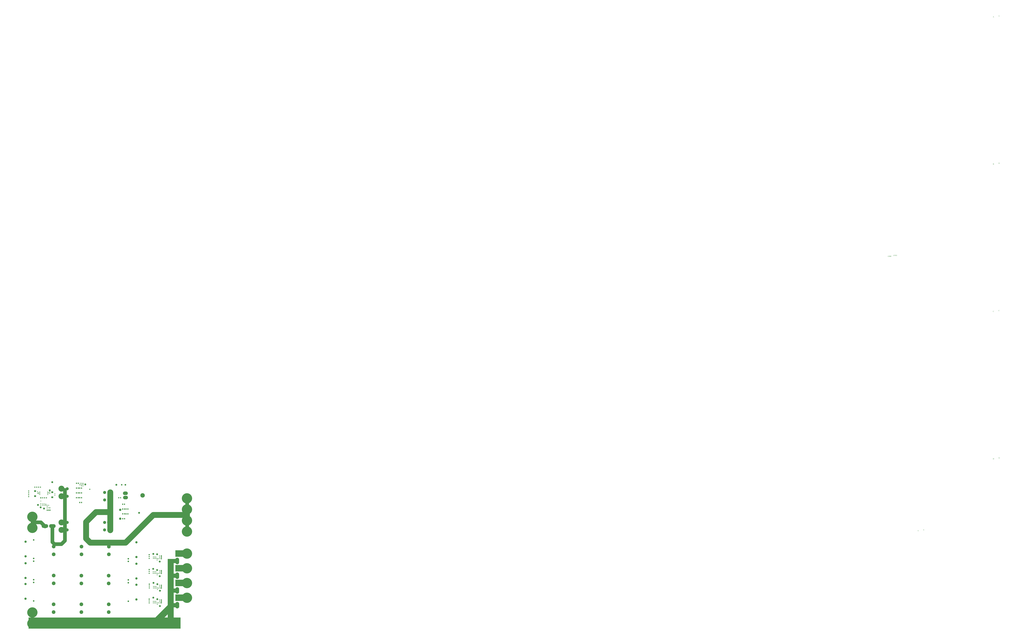
<source format=gbr>
%TF.GenerationSoftware,Altium Limited,Altium Designer,24.7.2 (38)*%
G04 Layer_Color=16711935*
%FSLAX43Y43*%
%MOMM*%
%TF.SameCoordinates,3DDE4B3C-03A5-4BC3-9972-2EF5A5DF1AA7*%
%TF.FilePolarity,Negative*%
%TF.FileFunction,Soldermask,Bot*%
%TF.Part,Single*%
G01*
G75*
%TA.AperFunction,ComponentPad*%
%ADD37C,5.000*%
%ADD38C,1.500*%
%ADD39R,1.500X1.500*%
%ADD40C,2.500*%
%ADD41O,1.778X1.524*%
%ADD42O,5.080X8.890*%
%ADD43C,14.000*%
%ADD44C,3.000*%
%ADD45C,8.000*%
%ADD46C,4.064*%
%ADD47C,2.032*%
%ADD48O,8.890X5.080*%
%ADD49O,1.524X1.778*%
%ADD50C,6.000*%
%ADD51O,6.600X4.826*%
%ADD52O,3.000X3.100*%
%ADD53C,1.600*%
%ADD54R,1.550X1.550*%
%ADD55C,1.550*%
%ADD56C,1.950*%
G04:AMPARAMS|DCode=57|XSize=1.95mm|YSize=1.95mm|CornerRadius=0.488mm|HoleSize=0mm|Usage=FLASHONLY|Rotation=180.000|XOffset=0mm|YOffset=0mm|HoleType=Round|Shape=RoundedRectangle|*
%AMROUNDEDRECTD57*
21,1,1.950,0.975,0,0,180.0*
21,1,0.975,1.950,0,0,180.0*
1,1,0.975,-0.488,0.488*
1,1,0.975,0.488,0.488*
1,1,0.975,0.488,-0.488*
1,1,0.975,-0.488,-0.488*
%
%ADD57ROUNDEDRECTD57*%
%TA.AperFunction,ViaPad*%
%ADD58C,1.000*%
%ADD59C,1.500*%
%ADD60C,0.800*%
%TA.AperFunction,SMDPad,CuDef*%
%ADD63R,1.800X0.600*%
%ADD64R,1.450X1.800*%
%ADD65R,2.500X2.200*%
%ADD66R,1.350X0.950*%
%ADD67R,0.950X1.350*%
%TA.AperFunction,NonConductor*%
%ADD86C,8.000*%
%ADD87C,5.000*%
%ADD88R,8.150X85.150*%
%ADD89R,14.525X5.650*%
G04:AMPARAMS|DCode=90|XSize=25.138mm|YSize=8.744mm|CornerRadius=0mm|HoleSize=0mm|Usage=FLASHONLY|Rotation=45.000|XOffset=0mm|YOffset=0mm|HoleType=Round|Shape=Rectangle|*
%AMROTATEDRECTD90*
4,1,4,-5.796,-11.979,-11.979,-5.796,5.796,11.979,11.979,5.796,-5.796,-11.979,0.0*
%
%ADD90ROTATEDRECTD90*%

%ADD91R,18.454X8.875*%
%ADD92R,206.450X15.125*%
%TA.AperFunction,SMDPad,CuDef*%
%ADD93R,1.280X0.830*%
%ADD94R,0.830X1.280*%
G36*
X1225991Y148055D02*
X1225984D01*
X1225977Y148052D01*
X1225968D01*
X1225940Y148048D01*
X1225908Y148041D01*
X1225868Y148034D01*
X1225829Y148022D01*
X1225790Y148011D01*
X1225753Y147995D01*
X1225748Y147992D01*
X1225736Y147988D01*
X1225718Y147976D01*
X1225695Y147962D01*
X1225667Y147944D01*
X1225637Y147920D01*
X1225604Y147895D01*
X1225570Y147863D01*
X1225565Y147858D01*
X1225556Y147846D01*
X1225540Y147830D01*
X1225519Y147805D01*
X1225496Y147777D01*
X1225470Y147742D01*
X1225445Y147705D01*
X1225422Y147666D01*
Y147664D01*
X1225419Y147661D01*
X1225417Y147654D01*
X1225412Y147647D01*
X1225401Y147624D01*
X1225387Y147592D01*
X1225373Y147555D01*
X1225357Y147511D01*
X1225341Y147462D01*
X1225325Y147407D01*
X1225327Y147409D01*
X1225332Y147411D01*
X1225341Y147416D01*
X1225352Y147423D01*
X1225366Y147432D01*
X1225382Y147442D01*
X1225401Y147451D01*
X1225424Y147462D01*
X1225470Y147481D01*
X1225526Y147499D01*
X1225581Y147511D01*
X1225611Y147516D01*
X1225655D01*
X1225667Y147513D01*
X1225681Y147511D01*
X1225695Y147509D01*
X1225732Y147499D01*
X1225773Y147485D01*
X1225817Y147462D01*
X1225841Y147448D01*
X1225864Y147432D01*
X1225887Y147414D01*
X1225908Y147391D01*
X1225910Y147388D01*
X1225912Y147386D01*
X1225919Y147379D01*
X1225926Y147367D01*
X1225933Y147356D01*
X1225945Y147342D01*
X1225954Y147326D01*
X1225966Y147305D01*
X1225986Y147261D01*
X1226003Y147205D01*
X1226016Y147145D01*
X1226019Y147111D01*
X1226021Y147076D01*
Y147074D01*
Y147067D01*
Y147057D01*
X1226019Y147044D01*
Y147027D01*
X1226014Y147009D01*
X1226012Y146986D01*
X1226007Y146963D01*
X1225993Y146909D01*
X1225972Y146851D01*
X1225959Y146824D01*
X1225945Y146794D01*
X1225926Y146764D01*
X1225905Y146733D01*
X1225903Y146731D01*
X1225898Y146727D01*
X1225891Y146717D01*
X1225880Y146706D01*
X1225866Y146689D01*
X1225850Y146676D01*
X1225831Y146657D01*
X1225808Y146641D01*
X1225785Y146625D01*
X1225757Y146606D01*
X1225727Y146592D01*
X1225695Y146578D01*
X1225660Y146565D01*
X1225625Y146555D01*
X1225586Y146551D01*
X1225544Y146548D01*
X1225531D01*
X1225519Y146551D01*
X1225505D01*
X1225491Y146553D01*
X1225454Y146560D01*
X1225415Y146574D01*
X1225371Y146590D01*
X1225327Y146615D01*
X1225306Y146629D01*
X1225285Y146648D01*
X1225283Y146650D01*
X1225276Y146657D01*
X1225267Y146669D01*
X1225253Y146683D01*
X1225237Y146703D01*
X1225220Y146727D01*
X1225200Y146754D01*
X1225181Y146787D01*
X1225163Y146821D01*
X1225144Y146858D01*
X1225126Y146902D01*
X1225109Y146946D01*
X1225095Y146995D01*
X1225086Y147046D01*
X1225079Y147101D01*
X1225077Y147159D01*
Y147162D01*
Y147168D01*
Y147180D01*
X1225079Y147194D01*
Y147212D01*
X1225082Y147233D01*
X1225084Y147256D01*
X1225086Y147282D01*
X1225095Y147342D01*
X1225109Y147404D01*
X1225130Y147474D01*
X1225156Y147541D01*
Y147543D01*
X1225160Y147550D01*
X1225165Y147560D01*
X1225172Y147571D01*
X1225179Y147587D01*
X1225188Y147606D01*
X1225216Y147650D01*
X1225248Y147698D01*
X1225287Y147752D01*
X1225332Y147807D01*
X1225385Y147860D01*
X1225387Y147863D01*
X1225392Y147867D01*
X1225399Y147874D01*
X1225410Y147883D01*
X1225424Y147895D01*
X1225440Y147907D01*
X1225477Y147937D01*
X1225521Y147969D01*
X1225570Y147999D01*
X1225621Y148027D01*
X1225672Y148050D01*
X1225674D01*
X1225679Y148052D01*
X1225686Y148055D01*
X1225695Y148057D01*
X1225720Y148066D01*
X1225755Y148076D01*
X1225794Y148082D01*
X1225836Y148092D01*
X1225882Y148096D01*
X1225926Y148099D01*
X1225991D01*
Y148055D01*
D02*
G37*
G36*
X1327801Y245700D02*
X1327833Y245697D01*
X1327868Y245695D01*
X1327905Y245693D01*
X1327988Y245683D01*
X1328072Y245670D01*
X1328153Y245651D01*
X1328190Y245639D01*
X1328224Y245626D01*
X1328227D01*
X1328231Y245621D01*
X1328241Y245616D01*
X1328254Y245612D01*
X1328268Y245602D01*
X1328287Y245593D01*
X1328326Y245565D01*
X1328370Y245531D01*
X1328419Y245487D01*
X1328465Y245434D01*
X1328486Y245403D01*
X1328507Y245371D01*
X1328509Y245369D01*
X1328511Y245364D01*
X1328516Y245353D01*
X1328523Y245339D01*
X1328532Y245322D01*
X1328541Y245302D01*
X1328551Y245278D01*
X1328560Y245253D01*
X1328569Y245225D01*
X1328578Y245193D01*
X1328588Y245158D01*
X1328597Y245123D01*
X1328609Y245045D01*
X1328613Y245003D01*
Y244961D01*
Y244957D01*
Y244948D01*
X1328611Y244931D01*
Y244911D01*
X1328609Y244883D01*
X1328604Y244853D01*
X1328597Y244818D01*
X1328590Y244779D01*
X1328578Y244739D01*
X1328567Y244698D01*
X1328551Y244654D01*
X1328532Y244610D01*
X1328511Y244566D01*
X1328486Y244524D01*
X1328456Y244480D01*
X1328423Y244441D01*
X1328421Y244439D01*
X1328414Y244432D01*
X1328400Y244420D01*
X1328384Y244404D01*
X1328361Y244388D01*
X1328333Y244367D01*
X1328301Y244346D01*
X1328264Y244325D01*
X1328220Y244302D01*
X1328171Y244281D01*
X1328118Y244260D01*
X1328060Y244244D01*
X1327998Y244228D01*
X1327928Y244216D01*
X1327854Y244209D01*
X1327775Y244207D01*
X1327111D01*
Y244249D01*
X1327183D01*
X1327199Y244251D01*
X1327218Y244256D01*
X1327241Y244263D01*
X1327262Y244274D01*
X1327283Y244288D01*
X1327299Y244309D01*
X1327301Y244311D01*
X1327303Y244316D01*
X1327308Y244327D01*
X1327313Y244341D01*
X1327317Y244364D01*
X1327320Y244392D01*
X1327324Y244427D01*
Y244471D01*
Y245438D01*
Y245440D01*
Y245445D01*
Y245452D01*
Y245461D01*
X1327322Y245484D01*
X1327320Y245512D01*
X1327317Y245542D01*
X1327310Y245570D01*
X1327303Y245595D01*
X1327297Y245605D01*
X1327292Y245612D01*
X1327290Y245614D01*
X1327285Y245619D01*
X1327273Y245628D01*
X1327262Y245637D01*
X1327243Y245644D01*
X1327222Y245653D01*
X1327197Y245658D01*
X1327167Y245660D01*
X1327111D01*
Y245702D01*
X1327773D01*
X1327801Y245700D01*
D02*
G37*
G36*
X1328419Y445491D02*
X1328384D01*
Y445493D01*
X1328382Y445500D01*
X1328377Y445512D01*
X1328370Y445528D01*
X1328363Y445547D01*
X1328356Y445567D01*
X1328333Y445616D01*
X1328305Y445671D01*
X1328273Y445725D01*
X1328231Y445776D01*
X1328210Y445796D01*
X1328187Y445817D01*
X1328185Y445820D01*
X1328183Y445822D01*
X1328176Y445827D01*
X1328164Y445833D01*
X1328153Y445840D01*
X1328139Y445850D01*
X1328104Y445868D01*
X1328060Y445887D01*
X1328007Y445903D01*
X1327949Y445914D01*
X1327919Y445919D01*
X1327861D01*
X1327849Y445917D01*
X1327833Y445914D01*
X1327799Y445910D01*
X1327757Y445901D01*
X1327711Y445887D01*
X1327664Y445868D01*
X1327618Y445843D01*
X1327616D01*
X1327614Y445838D01*
X1327600Y445829D01*
X1327576Y445810D01*
X1327551Y445785D01*
X1327521Y445750D01*
X1327489Y445708D01*
X1327458Y445658D01*
X1327431Y445600D01*
Y445597D01*
X1327428Y445593D01*
X1327424Y445584D01*
X1327421Y445570D01*
X1327414Y445553D01*
X1327410Y445535D01*
X1327403Y445512D01*
X1327398Y445486D01*
X1327391Y445459D01*
X1327384Y445428D01*
X1327380Y445394D01*
X1327375Y445357D01*
X1327370Y445320D01*
X1327366Y445278D01*
X1327364Y445190D01*
Y445188D01*
Y445181D01*
Y445169D01*
Y445155D01*
X1327366Y445139D01*
Y445118D01*
X1327368Y445095D01*
X1327370Y445070D01*
X1327380Y445014D01*
X1327389Y444954D01*
X1327405Y444894D01*
X1327426Y444836D01*
Y444834D01*
X1327428Y444829D01*
X1327433Y444822D01*
X1327438Y444813D01*
X1327454Y444785D01*
X1327475Y444753D01*
X1327502Y444716D01*
X1327535Y444679D01*
X1327574Y444642D01*
X1327620Y444609D01*
X1327623D01*
X1327627Y444607D01*
X1327634Y444602D01*
X1327644Y444598D01*
X1327655Y444591D01*
X1327671Y444584D01*
X1327708Y444570D01*
X1327752Y444556D01*
X1327803Y444542D01*
X1327859Y444533D01*
X1327919Y444531D01*
X1327944D01*
X1327956Y444533D01*
X1327970D01*
X1328005Y444538D01*
X1328046Y444545D01*
X1328088Y444556D01*
X1328132Y444570D01*
X1328173Y444591D01*
X1328176D01*
X1328178Y444593D01*
X1328185Y444598D01*
X1328192Y444605D01*
X1328215Y444621D01*
X1328245Y444646D01*
X1328264Y444660D01*
X1328282Y444679D01*
X1328303Y444700D01*
X1328324Y444723D01*
X1328347Y444748D01*
X1328370Y444776D01*
X1328393Y444806D01*
X1328419Y444841D01*
X1328453Y444818D01*
X1328451Y444815D01*
X1328449Y444808D01*
X1328442Y444799D01*
X1328433Y444785D01*
X1328423Y444769D01*
X1328409Y444748D01*
X1328377Y444707D01*
X1328340Y444658D01*
X1328294Y444609D01*
X1328245Y444563D01*
X1328217Y444542D01*
X1328190Y444524D01*
X1328187D01*
X1328183Y444519D01*
X1328176Y444514D01*
X1328164Y444510D01*
X1328148Y444503D01*
X1328132Y444496D01*
X1328113Y444487D01*
X1328090Y444480D01*
X1328065Y444471D01*
X1328039Y444461D01*
X1327977Y444447D01*
X1327910Y444438D01*
X1327836Y444434D01*
X1327819D01*
X1327801Y444436D01*
X1327775Y444438D01*
X1327743Y444443D01*
X1327708Y444447D01*
X1327669Y444457D01*
X1327625Y444468D01*
X1327579Y444482D01*
X1327532Y444501D01*
X1327486Y444524D01*
X1327438Y444549D01*
X1327391Y444582D01*
X1327345Y444619D01*
X1327301Y444660D01*
X1327262Y444709D01*
X1327259Y444711D01*
X1327255Y444718D01*
X1327248Y444730D01*
X1327239Y444746D01*
X1327227Y444764D01*
X1327213Y444788D01*
X1327202Y444815D01*
X1327188Y444845D01*
X1327172Y444880D01*
X1327160Y444915D01*
X1327146Y444956D01*
X1327135Y444998D01*
X1327125Y445042D01*
X1327118Y445091D01*
X1327114Y445139D01*
X1327111Y445190D01*
Y445193D01*
Y445199D01*
Y445213D01*
X1327114Y445227D01*
Y445248D01*
X1327116Y445271D01*
X1327121Y445297D01*
X1327123Y445327D01*
X1327137Y445389D01*
X1327153Y445459D01*
X1327178Y445530D01*
X1327192Y445567D01*
X1327211Y445602D01*
X1327213Y445604D01*
X1327215Y445611D01*
X1327220Y445621D01*
X1327229Y445632D01*
X1327239Y445648D01*
X1327252Y445667D01*
X1327283Y445708D01*
X1327322Y445755D01*
X1327368Y445803D01*
X1327421Y445852D01*
X1327484Y445894D01*
X1327486Y445896D01*
X1327491Y445898D01*
X1327502Y445903D01*
X1327514Y445910D01*
X1327530Y445917D01*
X1327551Y445926D01*
X1327572Y445935D01*
X1327597Y445947D01*
X1327625Y445956D01*
X1327655Y445965D01*
X1327720Y445982D01*
X1327789Y445993D01*
X1327829Y445998D01*
X1327882D01*
X1327893Y445995D01*
X1327907D01*
X1327926Y445993D01*
X1327965Y445988D01*
X1328014Y445977D01*
X1328067Y445963D01*
X1328125Y445945D01*
X1328183Y445917D01*
X1328185D01*
X1328190Y445912D01*
X1328199Y445910D01*
X1328208Y445905D01*
X1328231Y445898D01*
X1328241Y445894D01*
X1328254D01*
X1328268Y445896D01*
X1328285Y445903D01*
X1328301Y445914D01*
X1328303Y445917D01*
X1328305Y445919D01*
X1328310Y445926D01*
X1328317Y445935D01*
X1328324Y445949D01*
X1328331Y445963D01*
X1328338Y445979D01*
X1328342Y445998D01*
X1328384D01*
X1328419Y445491D01*
D02*
G37*
G36*
X1327817Y646222D02*
X1327859D01*
X1327905Y646217D01*
X1327954Y646213D01*
X1328000Y646206D01*
X1328044Y646196D01*
X1328046D01*
X1328051Y646194D01*
X1328060Y646192D01*
X1328072Y646189D01*
X1328085Y646185D01*
X1328102Y646178D01*
X1328136Y646164D01*
X1328178Y646145D01*
X1328220Y646120D01*
X1328259Y646090D01*
X1328296Y646055D01*
X1328301Y646051D01*
X1328310Y646037D01*
X1328324Y646016D01*
X1328340Y645988D01*
X1328356Y645956D01*
X1328370Y645916D01*
X1328379Y645872D01*
X1328384Y645824D01*
Y645822D01*
Y645819D01*
Y645805D01*
X1328379Y645784D01*
X1328375Y645757D01*
X1328368Y645727D01*
X1328354Y645692D01*
X1328338Y645657D01*
X1328315Y645622D01*
X1328312Y645618D01*
X1328301Y645609D01*
X1328287Y645592D01*
X1328264Y645574D01*
X1328236Y645553D01*
X1328201Y645530D01*
X1328160Y645511D01*
X1328113Y645493D01*
X1328116D01*
X1328120Y645491D01*
X1328127Y645488D01*
X1328139Y645486D01*
X1328167Y645479D01*
X1328201Y645467D01*
X1328238Y645451D01*
X1328275Y645433D01*
X1328312Y645412D01*
X1328345Y645386D01*
X1328347D01*
X1328349Y645382D01*
X1328361Y645368D01*
X1328379Y645347D01*
X1328400Y645317D01*
X1328419Y645282D01*
X1328437Y645238D01*
X1328449Y645192D01*
X1328453Y645167D01*
Y645139D01*
Y645137D01*
Y645134D01*
Y645120D01*
X1328449Y645097D01*
X1328444Y645069D01*
X1328435Y645037D01*
X1328423Y645000D01*
X1328405Y644963D01*
X1328382Y644924D01*
X1328379Y644919D01*
X1328370Y644908D01*
X1328354Y644889D01*
X1328331Y644868D01*
X1328305Y644843D01*
X1328271Y644817D01*
X1328234Y644796D01*
X1328190Y644776D01*
X1328187D01*
X1328185Y644773D01*
X1328176Y644771D01*
X1328167Y644769D01*
X1328153Y644764D01*
X1328139Y644762D01*
X1328118Y644757D01*
X1328097Y644752D01*
X1328072Y644748D01*
X1328044Y644743D01*
X1328014Y644741D01*
X1327979Y644736D01*
X1327942Y644734D01*
X1327903Y644732D01*
X1327861Y644729D01*
X1327111D01*
Y644771D01*
X1327181D01*
X1327197Y644773D01*
X1327215Y644778D01*
X1327239Y644785D01*
X1327259Y644796D01*
X1327280Y644810D01*
X1327299Y644829D01*
X1327301Y644831D01*
X1327303Y644838D01*
X1327308Y644847D01*
X1327313Y644864D01*
X1327317Y644887D01*
X1327320Y644914D01*
X1327324Y644949D01*
Y644993D01*
Y645960D01*
Y645963D01*
Y645967D01*
Y645974D01*
Y645984D01*
X1327322Y646007D01*
X1327320Y646034D01*
X1327317Y646062D01*
X1327310Y646092D01*
X1327303Y646115D01*
X1327297Y646127D01*
X1327292Y646134D01*
X1327290Y646136D01*
X1327285Y646141D01*
X1327273Y646150D01*
X1327259Y646159D01*
X1327243Y646166D01*
X1327220Y646176D01*
X1327195Y646180D01*
X1327165Y646182D01*
X1327111D01*
Y646224D01*
X1327801D01*
X1327817Y646222D01*
D02*
G37*
G36*
X1328279Y845114D02*
Y845112D01*
X1328281Y845107D01*
X1328286Y845100D01*
X1328290Y845091D01*
X1328302Y845063D01*
X1328316Y845033D01*
X1328334Y845001D01*
X1328353Y844968D01*
X1328374Y844940D01*
X1328383Y844929D01*
X1328392Y844920D01*
X1328394Y844917D01*
X1328401Y844913D01*
X1328413Y844906D01*
X1328429Y844896D01*
X1328450Y844890D01*
X1328473Y844880D01*
X1328501Y844876D01*
X1328533Y844871D01*
Y844829D01*
X1327945D01*
Y844871D01*
X1327959D01*
X1327975Y844873D01*
X1327994Y844876D01*
X1328033Y844885D01*
X1328050Y844890D01*
X1328063Y844899D01*
X1328066Y844901D01*
X1328068Y844903D01*
X1328080Y844917D01*
X1328091Y844936D01*
X1328094Y844947D01*
X1328096Y844961D01*
Y844964D01*
Y844970D01*
X1328094Y844982D01*
X1328091Y844998D01*
X1328084Y845019D01*
X1328077Y845047D01*
X1328066Y845077D01*
X1328052Y845114D01*
X1327964Y845329D01*
X1327385D01*
X1327286Y845093D01*
X1327284Y845089D01*
X1327279Y845079D01*
X1327274Y845063D01*
X1327267Y845045D01*
X1327254Y845001D01*
X1327249Y844982D01*
X1327247Y844964D01*
Y844961D01*
Y844959D01*
X1327251Y844943D01*
X1327260Y844924D01*
X1327267Y844913D01*
X1327279Y844903D01*
X1327281D01*
X1327286Y844899D01*
X1327295Y844894D01*
X1327309Y844890D01*
X1327328Y844885D01*
X1327353Y844878D01*
X1327383Y844873D01*
X1327420Y844871D01*
Y844829D01*
X1326948D01*
Y844871D01*
X1326953D01*
X1326964Y844873D01*
X1326980Y844878D01*
X1326999Y844883D01*
X1327020Y844890D01*
X1327038Y844896D01*
X1327057Y844903D01*
X1327068Y844913D01*
X1327071Y844915D01*
X1327078Y844924D01*
X1327089Y844938D01*
X1327105Y844959D01*
X1327124Y844989D01*
X1327145Y845026D01*
X1327156Y845047D01*
X1327168Y845072D01*
X1327182Y845098D01*
X1327193Y845128D01*
X1327721Y846359D01*
X1327758D01*
X1328279Y845114D01*
D02*
G37*
G36*
X1185702Y520442D02*
X1185660D01*
Y520445D01*
X1185658Y520449D01*
X1185653Y520459D01*
X1185649Y520470D01*
X1185644Y520486D01*
X1185637Y520503D01*
X1185619Y520540D01*
X1185598Y520583D01*
X1185572Y520628D01*
X1185542Y520669D01*
X1185510Y520706D01*
X1185507Y520708D01*
X1185503Y520711D01*
X1185496Y520718D01*
X1185487Y520727D01*
X1185473Y520736D01*
X1185457Y520748D01*
X1185438Y520759D01*
X1185417Y520771D01*
X1185394Y520783D01*
X1185366Y520794D01*
X1185308Y520815D01*
X1185241Y520831D01*
X1185207Y520833D01*
X1185167Y520836D01*
X1185156D01*
X1185140Y520833D01*
X1185121D01*
X1185098Y520829D01*
X1185070Y520824D01*
X1185040Y520817D01*
X1185008Y520808D01*
X1184973Y520796D01*
X1184936Y520780D01*
X1184901Y520762D01*
X1184864Y520741D01*
X1184829Y520713D01*
X1184795Y520683D01*
X1184765Y520648D01*
X1184735Y520609D01*
X1184732Y520607D01*
X1184730Y520600D01*
X1184723Y520590D01*
X1184716Y520574D01*
X1184707Y520556D01*
X1184695Y520535D01*
X1184684Y520509D01*
X1184674Y520479D01*
X1184663Y520449D01*
X1184651Y520412D01*
X1184640Y520375D01*
X1184630Y520336D01*
X1184624Y520294D01*
X1184617Y520248D01*
X1184614Y520202D01*
X1184612Y520153D01*
Y520151D01*
Y520144D01*
Y520132D01*
X1184614Y520116D01*
Y520098D01*
X1184617Y520077D01*
X1184619Y520051D01*
X1184621Y520026D01*
X1184633Y519966D01*
X1184647Y519899D01*
X1184665Y519831D01*
X1184693Y519764D01*
Y519762D01*
X1184698Y519757D01*
X1184702Y519748D01*
X1184709Y519737D01*
X1184716Y519720D01*
X1184725Y519704D01*
X1184751Y519667D01*
X1184783Y519623D01*
X1184818Y519582D01*
X1184862Y519540D01*
X1184908Y519505D01*
X1184911D01*
X1184915Y519503D01*
X1184922Y519498D01*
X1184931Y519494D01*
X1184943Y519487D01*
X1184959Y519480D01*
X1184994Y519466D01*
X1185035Y519450D01*
X1185082Y519438D01*
X1185130Y519429D01*
X1185184Y519424D01*
X1185197D01*
X1185214Y519427D01*
X1185234D01*
X1185260Y519429D01*
X1185285Y519433D01*
X1185343Y519445D01*
X1185348D01*
X1185357Y519450D01*
X1185371Y519454D01*
X1185392Y519461D01*
X1185415Y519468D01*
X1185440Y519480D01*
X1185494Y519505D01*
Y519943D01*
Y519945D01*
Y519947D01*
Y519961D01*
Y519980D01*
X1185491Y520003D01*
X1185489Y520028D01*
X1185487Y520051D01*
X1185482Y520072D01*
X1185475Y520088D01*
Y520091D01*
X1185473Y520095D01*
X1185464Y520109D01*
X1185445Y520125D01*
X1185422Y520142D01*
X1185420D01*
X1185415Y520144D01*
X1185406Y520148D01*
X1185394Y520151D01*
X1185376Y520155D01*
X1185355Y520158D01*
X1185329Y520160D01*
X1185297D01*
Y520202D01*
X1185875D01*
Y520160D01*
X1185834D01*
X1185820Y520158D01*
X1185801Y520153D01*
X1185781Y520146D01*
X1185762Y520135D01*
X1185744Y520121D01*
X1185730Y520102D01*
Y520100D01*
X1185727Y520093D01*
X1185723Y520084D01*
X1185720Y520068D01*
X1185716Y520044D01*
X1185711Y520017D01*
X1185709Y519984D01*
Y519943D01*
Y519482D01*
X1185707D01*
X1185704Y519480D01*
X1185697Y519475D01*
X1185688Y519471D01*
X1185662Y519459D01*
X1185630Y519443D01*
X1185591Y519427D01*
X1185549Y519410D01*
X1185503Y519396D01*
X1185457Y519383D01*
X1185454D01*
X1185452Y519380D01*
X1185445D01*
X1185436Y519378D01*
X1185424Y519376D01*
X1185410Y519373D01*
X1185376Y519366D01*
X1185336Y519359D01*
X1185290Y519355D01*
X1185239Y519352D01*
X1185184Y519350D01*
X1185165D01*
X1185142Y519352D01*
X1185112Y519355D01*
X1185077Y519359D01*
X1185035Y519364D01*
X1184989Y519373D01*
X1184938Y519385D01*
X1184887Y519399D01*
X1184834Y519417D01*
X1184779Y519440D01*
X1184723Y519468D01*
X1184670Y519498D01*
X1184619Y519535D01*
X1184570Y519579D01*
X1184526Y519628D01*
X1184524Y519630D01*
X1184519Y519637D01*
X1184510Y519649D01*
X1184501Y519665D01*
X1184487Y519683D01*
X1184473Y519709D01*
X1184459Y519734D01*
X1184443Y519767D01*
X1184427Y519799D01*
X1184413Y519836D01*
X1184399Y519875D01*
X1184385Y519917D01*
X1184376Y519961D01*
X1184367Y520010D01*
X1184362Y520056D01*
X1184360Y520107D01*
Y520109D01*
Y520116D01*
Y520125D01*
X1184362Y520142D01*
Y520158D01*
X1184364Y520179D01*
X1184367Y520204D01*
X1184371Y520229D01*
X1184383Y520287D01*
X1184399Y520352D01*
X1184422Y520419D01*
X1184452Y520486D01*
X1184455Y520489D01*
X1184457Y520496D01*
X1184464Y520507D01*
X1184473Y520521D01*
X1184485Y520540D01*
X1184499Y520560D01*
X1184515Y520583D01*
X1184533Y520609D01*
X1184577Y520662D01*
X1184630Y520718D01*
X1184691Y520771D01*
X1184725Y520794D01*
X1184760Y520817D01*
X1184762Y520820D01*
X1184767Y520822D01*
X1184776Y520826D01*
X1184790Y520833D01*
X1184804Y520840D01*
X1184825Y520847D01*
X1184846Y520857D01*
X1184871Y520866D01*
X1184897Y520875D01*
X1184927Y520884D01*
X1184991Y520898D01*
X1185066Y520910D01*
X1185146Y520914D01*
X1185177D01*
X1185197Y520912D01*
X1185218D01*
X1185244Y520910D01*
X1185295Y520901D01*
X1185297D01*
X1185306Y520898D01*
X1185322Y520894D01*
X1185343Y520889D01*
X1185371Y520880D01*
X1185403Y520870D01*
X1185440Y520859D01*
X1185484Y520843D01*
X1185487D01*
X1185494Y520838D01*
X1185505Y520836D01*
X1185517Y520831D01*
X1185545Y520824D01*
X1185556Y520820D01*
X1185570D01*
X1185577Y520822D01*
X1185589Y520826D01*
X1185600Y520838D01*
X1185602Y520843D01*
X1185605Y520847D01*
X1185609Y520854D01*
X1185612Y520866D01*
X1185616Y520877D01*
X1185619Y520894D01*
X1185621Y520914D01*
X1185662D01*
X1185702Y520442D01*
D02*
G37*
G36*
X1188272Y520877D02*
X1188304Y520875D01*
X1188339Y520873D01*
X1188376Y520870D01*
X1188459Y520861D01*
X1188542Y520847D01*
X1188623Y520829D01*
X1188660Y520817D01*
X1188695Y520803D01*
X1188697D01*
X1188702Y520799D01*
X1188711Y520794D01*
X1188725Y520789D01*
X1188739Y520780D01*
X1188757Y520771D01*
X1188797Y520743D01*
X1188841Y520708D01*
X1188889Y520664D01*
X1188936Y520611D01*
X1188956Y520581D01*
X1188977Y520549D01*
X1188980Y520547D01*
X1188982Y520542D01*
X1188987Y520530D01*
X1188994Y520516D01*
X1189003Y520500D01*
X1189012Y520479D01*
X1189021Y520456D01*
X1189031Y520431D01*
X1189040Y520403D01*
X1189049Y520371D01*
X1189058Y520336D01*
X1189068Y520301D01*
X1189079Y520223D01*
X1189084Y520181D01*
Y520139D01*
Y520135D01*
Y520125D01*
X1189081Y520109D01*
Y520088D01*
X1189079Y520061D01*
X1189074Y520030D01*
X1189068Y519996D01*
X1189061Y519956D01*
X1189049Y519917D01*
X1189037Y519875D01*
X1189021Y519831D01*
X1189003Y519788D01*
X1188982Y519744D01*
X1188956Y519702D01*
X1188926Y519658D01*
X1188894Y519619D01*
X1188892Y519616D01*
X1188885Y519609D01*
X1188871Y519598D01*
X1188855Y519582D01*
X1188832Y519565D01*
X1188804Y519545D01*
X1188771Y519524D01*
X1188734Y519503D01*
X1188690Y519480D01*
X1188642Y519459D01*
X1188589Y519438D01*
X1188531Y519422D01*
X1188468Y519406D01*
X1188399Y519394D01*
X1188325Y519387D01*
X1188246Y519385D01*
X1187582D01*
Y519427D01*
X1187654D01*
X1187670Y519429D01*
X1187688Y519433D01*
X1187712Y519440D01*
X1187732Y519452D01*
X1187753Y519466D01*
X1187769Y519487D01*
X1187772Y519489D01*
X1187774Y519494D01*
X1187779Y519505D01*
X1187783Y519519D01*
X1187788Y519542D01*
X1187790Y519570D01*
X1187795Y519605D01*
Y519649D01*
Y520616D01*
Y520618D01*
Y520623D01*
Y520630D01*
Y520639D01*
X1187793Y520662D01*
X1187790Y520690D01*
X1187788Y520720D01*
X1187781Y520748D01*
X1187774Y520773D01*
X1187767Y520783D01*
X1187762Y520789D01*
X1187760Y520792D01*
X1187755Y520796D01*
X1187744Y520806D01*
X1187732Y520815D01*
X1187714Y520822D01*
X1187693Y520831D01*
X1187668Y520836D01*
X1187638Y520838D01*
X1187531D01*
X1187514Y520836D01*
X1187493Y520831D01*
X1187470Y520824D01*
X1187447Y520813D01*
X1187426Y520799D01*
X1187410Y520780D01*
Y520778D01*
X1187406Y520773D01*
X1187403Y520762D01*
X1187399Y520748D01*
X1187394Y520727D01*
X1187392Y520699D01*
X1187387Y520664D01*
Y520621D01*
Y519362D01*
X1187345D01*
X1186362Y520563D01*
Y519644D01*
Y519642D01*
Y519637D01*
Y519630D01*
Y519621D01*
X1186364Y519598D01*
X1186367Y519570D01*
X1186369Y519540D01*
X1186374Y519512D01*
X1186380Y519489D01*
X1186385Y519477D01*
X1186390Y519471D01*
X1186392Y519468D01*
X1186399Y519464D01*
X1186408Y519457D01*
X1186422Y519450D01*
X1186441Y519440D01*
X1186464Y519433D01*
X1186492Y519429D01*
X1186522Y519427D01*
X1186575D01*
Y519385D01*
X1186052D01*
Y519427D01*
X1186119D01*
X1186135Y519429D01*
X1186156Y519433D01*
X1186179Y519440D01*
X1186202Y519450D01*
X1186223Y519464D01*
X1186239Y519482D01*
X1186242Y519484D01*
X1186244Y519489D01*
X1186249Y519501D01*
X1186253Y519514D01*
X1186258Y519538D01*
X1186260Y519565D01*
X1186265Y519600D01*
Y519644D01*
Y520683D01*
X1186262Y520685D01*
X1186253Y520695D01*
X1186242Y520708D01*
X1186228Y520722D01*
X1186193Y520755D01*
X1186177Y520769D01*
X1186163Y520780D01*
X1186161Y520783D01*
X1186156Y520785D01*
X1186149Y520789D01*
X1186140Y520796D01*
X1186126Y520803D01*
X1186107Y520810D01*
X1186089Y520820D01*
X1186066Y520826D01*
X1186063D01*
X1186059Y520829D01*
X1186052Y520831D01*
X1186043Y520833D01*
X1186029D01*
X1186013Y520836D01*
X1185994Y520838D01*
X1185971D01*
Y520880D01*
X1186374D01*
X1187290Y519762D01*
Y520621D01*
Y520623D01*
Y520628D01*
Y520634D01*
Y520641D01*
X1187287Y520664D01*
X1187285Y520692D01*
X1187283Y520722D01*
X1187276Y520750D01*
X1187269Y520776D01*
X1187262Y520785D01*
X1187257Y520792D01*
X1187255Y520794D01*
X1187250Y520799D01*
X1187239Y520806D01*
X1187225Y520815D01*
X1187207Y520824D01*
X1187186Y520831D01*
X1187158Y520836D01*
X1187128Y520838D01*
X1187077D01*
Y520880D01*
X1188244D01*
X1188272Y520877D01*
D02*
G37*
G36*
X1218412Y146909D02*
X1218406D01*
X1218399Y146906D01*
X1218389D01*
X1218362Y146902D01*
X1218329Y146895D01*
X1218290Y146888D01*
X1218250Y146876D01*
X1218211Y146865D01*
X1218174Y146849D01*
X1218169Y146846D01*
X1218158Y146842D01*
X1218139Y146830D01*
X1218116Y146816D01*
X1218089Y146798D01*
X1218058Y146774D01*
X1218026Y146749D01*
X1217991Y146717D01*
X1217987Y146712D01*
X1217977Y146700D01*
X1217961Y146684D01*
X1217940Y146659D01*
X1217917Y146631D01*
X1217892Y146596D01*
X1217866Y146559D01*
X1217843Y146520D01*
Y146518D01*
X1217841Y146515D01*
X1217839Y146508D01*
X1217834Y146501D01*
X1217822Y146478D01*
X1217808Y146446D01*
X1217795Y146409D01*
X1217778Y146365D01*
X1217762Y146316D01*
X1217746Y146261D01*
X1217748Y146263D01*
X1217753Y146265D01*
X1217762Y146270D01*
X1217774Y146277D01*
X1217788Y146286D01*
X1217804Y146296D01*
X1217822Y146305D01*
X1217846Y146316D01*
X1217892Y146335D01*
X1217947Y146353D01*
X1218003Y146365D01*
X1218033Y146370D01*
X1218077D01*
X1218089Y146367D01*
X1218102Y146365D01*
X1218116Y146363D01*
X1218153Y146353D01*
X1218195Y146339D01*
X1218239Y146316D01*
X1218262Y146302D01*
X1218285Y146286D01*
X1218308Y146268D01*
X1218329Y146245D01*
X1218331Y146242D01*
X1218334Y146240D01*
X1218341Y146233D01*
X1218348Y146221D01*
X1218355Y146210D01*
X1218366Y146196D01*
X1218375Y146180D01*
X1218387Y146159D01*
X1218408Y146115D01*
X1218424Y146059D01*
X1218438Y145999D01*
X1218440Y145965D01*
X1218443Y145930D01*
Y145928D01*
Y145921D01*
Y145911D01*
X1218440Y145898D01*
Y145881D01*
X1218436Y145863D01*
X1218433Y145840D01*
X1218429Y145817D01*
X1218415Y145763D01*
X1218394Y145705D01*
X1218380Y145678D01*
X1218366Y145648D01*
X1218348Y145618D01*
X1218327Y145587D01*
X1218324Y145585D01*
X1218320Y145581D01*
X1218313Y145571D01*
X1218301Y145560D01*
X1218287Y145543D01*
X1218271Y145530D01*
X1218253Y145511D01*
X1218230Y145495D01*
X1218207Y145479D01*
X1218179Y145460D01*
X1218149Y145446D01*
X1218116Y145432D01*
X1218082Y145419D01*
X1218047Y145409D01*
X1218007Y145405D01*
X1217966Y145402D01*
X1217952D01*
X1217940Y145405D01*
X1217927D01*
X1217913Y145407D01*
X1217876Y145414D01*
X1217836Y145428D01*
X1217792Y145444D01*
X1217748Y145469D01*
X1217728Y145483D01*
X1217707Y145502D01*
X1217704Y145504D01*
X1217697Y145511D01*
X1217688Y145523D01*
X1217674Y145537D01*
X1217658Y145557D01*
X1217642Y145581D01*
X1217621Y145608D01*
X1217603Y145641D01*
X1217584Y145675D01*
X1217566Y145712D01*
X1217547Y145756D01*
X1217531Y145800D01*
X1217517Y145849D01*
X1217508Y145900D01*
X1217501Y145955D01*
X1217498Y146013D01*
Y146016D01*
Y146022D01*
Y146034D01*
X1217501Y146048D01*
Y146066D01*
X1217503Y146087D01*
X1217505Y146110D01*
X1217508Y146136D01*
X1217517Y146196D01*
X1217531Y146258D01*
X1217552Y146328D01*
X1217577Y146395D01*
Y146397D01*
X1217582Y146404D01*
X1217586Y146414D01*
X1217593Y146425D01*
X1217600Y146441D01*
X1217609Y146460D01*
X1217637Y146504D01*
X1217670Y146552D01*
X1217709Y146606D01*
X1217753Y146661D01*
X1217806Y146714D01*
X1217808Y146717D01*
X1217813Y146721D01*
X1217820Y146728D01*
X1217832Y146737D01*
X1217846Y146749D01*
X1217862Y146761D01*
X1217899Y146791D01*
X1217943Y146823D01*
X1217991Y146853D01*
X1218042Y146881D01*
X1218093Y146904D01*
X1218095D01*
X1218100Y146906D01*
X1218107Y146909D01*
X1218116Y146911D01*
X1218142Y146920D01*
X1218176Y146930D01*
X1218216Y146936D01*
X1218257Y146946D01*
X1218304Y146950D01*
X1218348Y146953D01*
X1218412D01*
Y146909D01*
D02*
G37*
G36*
X1320222Y244554D02*
X1320255Y244551D01*
X1320289Y244549D01*
X1320327Y244547D01*
X1320410Y244537D01*
X1320493Y244524D01*
X1320574Y244505D01*
X1320611Y244493D01*
X1320646Y244480D01*
X1320648D01*
X1320653Y244475D01*
X1320662Y244470D01*
X1320676Y244466D01*
X1320690Y244456D01*
X1320708Y244447D01*
X1320748Y244419D01*
X1320792Y244385D01*
X1320840Y244341D01*
X1320886Y244288D01*
X1320907Y244257D01*
X1320928Y244225D01*
X1320930Y244223D01*
X1320933Y244218D01*
X1320937Y244207D01*
X1320944Y244193D01*
X1320954Y244176D01*
X1320963Y244156D01*
X1320972Y244132D01*
X1320981Y244107D01*
X1320991Y244079D01*
X1321000Y244047D01*
X1321009Y244012D01*
X1321018Y243977D01*
X1321030Y243899D01*
X1321035Y243857D01*
Y243815D01*
Y243811D01*
Y243802D01*
X1321032Y243785D01*
Y243765D01*
X1321030Y243737D01*
X1321025Y243707D01*
X1321018Y243672D01*
X1321011Y243633D01*
X1321000Y243593D01*
X1320988Y243552D01*
X1320972Y243508D01*
X1320954Y243464D01*
X1320933Y243420D01*
X1320907Y243378D01*
X1320877Y243334D01*
X1320845Y243295D01*
X1320843Y243293D01*
X1320836Y243286D01*
X1320822Y243274D01*
X1320805Y243258D01*
X1320782Y243242D01*
X1320755Y243221D01*
X1320722Y243200D01*
X1320685Y243179D01*
X1320641Y243156D01*
X1320593Y243135D01*
X1320539Y243114D01*
X1320482Y243098D01*
X1320419Y243082D01*
X1320350Y243070D01*
X1320276Y243063D01*
X1320197Y243061D01*
X1319533D01*
Y243103D01*
X1319604D01*
X1319621Y243105D01*
X1319639Y243110D01*
X1319662Y243117D01*
X1319683Y243128D01*
X1319704Y243142D01*
X1319720Y243163D01*
X1319723Y243165D01*
X1319725Y243170D01*
X1319729Y243181D01*
X1319734Y243195D01*
X1319739Y243218D01*
X1319741Y243246D01*
X1319746Y243281D01*
Y243325D01*
Y244292D01*
Y244294D01*
Y244299D01*
Y244306D01*
Y244315D01*
X1319743Y244338D01*
X1319741Y244366D01*
X1319739Y244396D01*
X1319732Y244424D01*
X1319725Y244449D01*
X1319718Y244459D01*
X1319713Y244466D01*
X1319711Y244468D01*
X1319706Y244473D01*
X1319695Y244482D01*
X1319683Y244491D01*
X1319665Y244498D01*
X1319644Y244507D01*
X1319618Y244512D01*
X1319588Y244514D01*
X1319533D01*
Y244556D01*
X1320195D01*
X1320222Y244554D01*
D02*
G37*
G36*
X1320840Y444345D02*
X1320805D01*
Y444347D01*
X1320803Y444354D01*
X1320799Y444366D01*
X1320792Y444382D01*
X1320785Y444401D01*
X1320778Y444421D01*
X1320755Y444470D01*
X1320727Y444525D01*
X1320694Y444579D01*
X1320653Y444630D01*
X1320632Y444650D01*
X1320609Y444671D01*
X1320606Y444674D01*
X1320604Y444676D01*
X1320597Y444681D01*
X1320586Y444687D01*
X1320574Y444694D01*
X1320560Y444704D01*
X1320526Y444722D01*
X1320482Y444741D01*
X1320428Y444757D01*
X1320370Y444768D01*
X1320340Y444773D01*
X1320282D01*
X1320271Y444771D01*
X1320255Y444768D01*
X1320220Y444764D01*
X1320178Y444755D01*
X1320132Y444741D01*
X1320086Y444722D01*
X1320040Y444697D01*
X1320037D01*
X1320035Y444692D01*
X1320021Y444683D01*
X1319998Y444664D01*
X1319972Y444639D01*
X1319942Y444604D01*
X1319910Y444562D01*
X1319880Y444512D01*
X1319852Y444454D01*
Y444451D01*
X1319850Y444447D01*
X1319845Y444438D01*
X1319843Y444424D01*
X1319836Y444407D01*
X1319831Y444389D01*
X1319824Y444366D01*
X1319820Y444340D01*
X1319813Y444313D01*
X1319806Y444283D01*
X1319801Y444248D01*
X1319797Y444211D01*
X1319792Y444174D01*
X1319787Y444132D01*
X1319785Y444044D01*
Y444042D01*
Y444035D01*
Y444023D01*
Y444009D01*
X1319787Y443993D01*
Y443972D01*
X1319790Y443949D01*
X1319792Y443924D01*
X1319801Y443868D01*
X1319810Y443808D01*
X1319827Y443748D01*
X1319848Y443690D01*
Y443688D01*
X1319850Y443683D01*
X1319854Y443676D01*
X1319859Y443667D01*
X1319875Y443639D01*
X1319896Y443607D01*
X1319924Y443570D01*
X1319956Y443533D01*
X1319996Y443496D01*
X1320042Y443463D01*
X1320044D01*
X1320049Y443461D01*
X1320056Y443456D01*
X1320065Y443452D01*
X1320077Y443445D01*
X1320093Y443438D01*
X1320130Y443424D01*
X1320174Y443410D01*
X1320225Y443396D01*
X1320280Y443387D01*
X1320340Y443385D01*
X1320366D01*
X1320377Y443387D01*
X1320391D01*
X1320426Y443392D01*
X1320468Y443399D01*
X1320509Y443410D01*
X1320553Y443424D01*
X1320595Y443445D01*
X1320597D01*
X1320599Y443447D01*
X1320606Y443452D01*
X1320613Y443459D01*
X1320637Y443475D01*
X1320667Y443500D01*
X1320685Y443514D01*
X1320704Y443533D01*
X1320724Y443554D01*
X1320745Y443577D01*
X1320768Y443602D01*
X1320792Y443630D01*
X1320815Y443660D01*
X1320840Y443695D01*
X1320875Y443672D01*
X1320873Y443669D01*
X1320870Y443662D01*
X1320863Y443653D01*
X1320854Y443639D01*
X1320845Y443623D01*
X1320831Y443602D01*
X1320799Y443561D01*
X1320761Y443512D01*
X1320715Y443463D01*
X1320667Y443417D01*
X1320639Y443396D01*
X1320611Y443378D01*
X1320609D01*
X1320604Y443373D01*
X1320597Y443368D01*
X1320586Y443364D01*
X1320569Y443357D01*
X1320553Y443350D01*
X1320535Y443341D01*
X1320512Y443334D01*
X1320486Y443325D01*
X1320461Y443315D01*
X1320398Y443301D01*
X1320331Y443292D01*
X1320257Y443288D01*
X1320241D01*
X1320222Y443290D01*
X1320197Y443292D01*
X1320165Y443297D01*
X1320130Y443301D01*
X1320090Y443311D01*
X1320047Y443322D01*
X1320000Y443336D01*
X1319954Y443355D01*
X1319908Y443378D01*
X1319859Y443403D01*
X1319813Y443436D01*
X1319766Y443473D01*
X1319723Y443514D01*
X1319683Y443563D01*
X1319681Y443565D01*
X1319676Y443572D01*
X1319669Y443584D01*
X1319660Y443600D01*
X1319649Y443618D01*
X1319635Y443642D01*
X1319623Y443669D01*
X1319609Y443699D01*
X1319593Y443734D01*
X1319581Y443769D01*
X1319568Y443810D01*
X1319556Y443852D01*
X1319547Y443896D01*
X1319540Y443945D01*
X1319535Y443993D01*
X1319533Y444044D01*
Y444046D01*
Y444053D01*
Y444067D01*
X1319535Y444081D01*
Y444102D01*
X1319537Y444125D01*
X1319542Y444151D01*
X1319544Y444181D01*
X1319558Y444243D01*
X1319574Y444313D01*
X1319600Y444384D01*
X1319614Y444421D01*
X1319632Y444456D01*
X1319635Y444458D01*
X1319637Y444465D01*
X1319642Y444475D01*
X1319651Y444486D01*
X1319660Y444502D01*
X1319674Y444521D01*
X1319704Y444562D01*
X1319743Y444609D01*
X1319790Y444657D01*
X1319843Y444706D01*
X1319905Y444748D01*
X1319908Y444750D01*
X1319912Y444752D01*
X1319924Y444757D01*
X1319935Y444764D01*
X1319952Y444771D01*
X1319972Y444780D01*
X1319993Y444789D01*
X1320019Y444801D01*
X1320047Y444810D01*
X1320077Y444819D01*
X1320141Y444836D01*
X1320211Y444847D01*
X1320250Y444852D01*
X1320303D01*
X1320315Y444849D01*
X1320329D01*
X1320347Y444847D01*
X1320387Y444842D01*
X1320435Y444831D01*
X1320489Y444817D01*
X1320546Y444799D01*
X1320604Y444771D01*
X1320606D01*
X1320611Y444766D01*
X1320620Y444764D01*
X1320630Y444759D01*
X1320653Y444752D01*
X1320662Y444748D01*
X1320676D01*
X1320690Y444750D01*
X1320706Y444757D01*
X1320722Y444768D01*
X1320724Y444771D01*
X1320727Y444773D01*
X1320731Y444780D01*
X1320738Y444789D01*
X1320745Y444803D01*
X1320752Y444817D01*
X1320759Y444833D01*
X1320764Y444852D01*
X1320805D01*
X1320840Y444345D01*
D02*
G37*
G36*
X1320239Y645076D02*
X1320280D01*
X1320327Y645071D01*
X1320375Y645067D01*
X1320421Y645060D01*
X1320465Y645050D01*
X1320468D01*
X1320472Y645048D01*
X1320482Y645046D01*
X1320493Y645043D01*
X1320507Y645039D01*
X1320523Y645032D01*
X1320558Y645018D01*
X1320599Y644999D01*
X1320641Y644974D01*
X1320681Y644944D01*
X1320718Y644909D01*
X1320722Y644905D01*
X1320731Y644891D01*
X1320745Y644870D01*
X1320761Y644842D01*
X1320778Y644810D01*
X1320792Y644770D01*
X1320801Y644726D01*
X1320805Y644678D01*
Y644676D01*
Y644673D01*
Y644659D01*
X1320801Y644638D01*
X1320796Y644611D01*
X1320789Y644581D01*
X1320775Y644546D01*
X1320759Y644511D01*
X1320736Y644477D01*
X1320734Y644472D01*
X1320722Y644463D01*
X1320708Y644446D01*
X1320685Y644428D01*
X1320657Y644407D01*
X1320623Y644384D01*
X1320581Y644365D01*
X1320535Y644347D01*
X1320537D01*
X1320542Y644345D01*
X1320549Y644342D01*
X1320560Y644340D01*
X1320588Y644333D01*
X1320623Y644321D01*
X1320660Y644305D01*
X1320697Y644287D01*
X1320734Y644266D01*
X1320766Y644240D01*
X1320768D01*
X1320771Y644236D01*
X1320782Y644222D01*
X1320801Y644201D01*
X1320822Y644171D01*
X1320840Y644136D01*
X1320859Y644092D01*
X1320870Y644046D01*
X1320875Y644021D01*
Y643993D01*
Y643991D01*
Y643988D01*
Y643974D01*
X1320870Y643951D01*
X1320866Y643923D01*
X1320856Y643891D01*
X1320845Y643854D01*
X1320826Y643817D01*
X1320803Y643778D01*
X1320801Y643773D01*
X1320792Y643762D01*
X1320775Y643743D01*
X1320752Y643722D01*
X1320727Y643697D01*
X1320692Y643671D01*
X1320655Y643650D01*
X1320611Y643630D01*
X1320609D01*
X1320606Y643627D01*
X1320597Y643625D01*
X1320588Y643623D01*
X1320574Y643618D01*
X1320560Y643616D01*
X1320539Y643611D01*
X1320519Y643606D01*
X1320493Y643602D01*
X1320465Y643597D01*
X1320435Y643595D01*
X1320401Y643590D01*
X1320364Y643588D01*
X1320324Y643586D01*
X1320282Y643583D01*
X1319533D01*
Y643625D01*
X1319602D01*
X1319618Y643627D01*
X1319637Y643632D01*
X1319660Y643639D01*
X1319681Y643650D01*
X1319702Y643664D01*
X1319720Y643683D01*
X1319723Y643685D01*
X1319725Y643692D01*
X1319729Y643701D01*
X1319734Y643718D01*
X1319739Y643741D01*
X1319741Y643768D01*
X1319746Y643803D01*
Y643847D01*
Y644814D01*
Y644817D01*
Y644821D01*
Y644828D01*
Y644837D01*
X1319743Y644861D01*
X1319741Y644888D01*
X1319739Y644916D01*
X1319732Y644946D01*
X1319725Y644969D01*
X1319718Y644981D01*
X1319713Y644988D01*
X1319711Y644990D01*
X1319706Y644995D01*
X1319695Y645004D01*
X1319681Y645013D01*
X1319665Y645020D01*
X1319642Y645030D01*
X1319616Y645034D01*
X1319586Y645036D01*
X1319533D01*
Y645078D01*
X1320222D01*
X1320239Y645076D01*
D02*
G37*
G36*
X1320700Y843968D02*
Y843966D01*
X1320702Y843961D01*
X1320707Y843954D01*
X1320712Y843945D01*
X1320723Y843917D01*
X1320737Y843887D01*
X1320756Y843855D01*
X1320774Y843822D01*
X1320795Y843794D01*
X1320804Y843783D01*
X1320813Y843774D01*
X1320816Y843771D01*
X1320823Y843767D01*
X1320834Y843760D01*
X1320850Y843750D01*
X1320871Y843744D01*
X1320894Y843734D01*
X1320922Y843730D01*
X1320955Y843725D01*
Y843683D01*
X1320367D01*
Y843725D01*
X1320381D01*
X1320397Y843727D01*
X1320415Y843730D01*
X1320455Y843739D01*
X1320471Y843744D01*
X1320485Y843753D01*
X1320487Y843755D01*
X1320490Y843757D01*
X1320501Y843771D01*
X1320513Y843790D01*
X1320515Y843801D01*
X1320517Y843815D01*
Y843818D01*
Y843824D01*
X1320515Y843836D01*
X1320513Y843852D01*
X1320506Y843873D01*
X1320499Y843901D01*
X1320487Y843931D01*
X1320473Y843968D01*
X1320385Y844183D01*
X1319807D01*
X1319707Y843947D01*
X1319705Y843943D01*
X1319700Y843933D01*
X1319696Y843917D01*
X1319689Y843899D01*
X1319675Y843855D01*
X1319670Y843836D01*
X1319668Y843818D01*
Y843815D01*
Y843813D01*
X1319673Y843797D01*
X1319682Y843778D01*
X1319689Y843767D01*
X1319700Y843757D01*
X1319703D01*
X1319707Y843753D01*
X1319717Y843748D01*
X1319731Y843744D01*
X1319749Y843739D01*
X1319775Y843732D01*
X1319805Y843727D01*
X1319842Y843725D01*
Y843683D01*
X1319370D01*
Y843725D01*
X1319374D01*
X1319386Y843727D01*
X1319402Y843732D01*
X1319420Y843737D01*
X1319441Y843744D01*
X1319460Y843750D01*
X1319478Y843757D01*
X1319490Y843767D01*
X1319492Y843769D01*
X1319499Y843778D01*
X1319511Y843792D01*
X1319527Y843813D01*
X1319545Y843843D01*
X1319566Y843880D01*
X1319578Y843901D01*
X1319589Y843926D01*
X1319603Y843952D01*
X1319615Y843982D01*
X1320142Y845213D01*
X1320179D01*
X1320700Y843968D01*
D02*
G37*
G36*
X1178123Y519296D02*
X1178082D01*
Y519299D01*
X1178079Y519303D01*
X1178075Y519313D01*
X1178070Y519324D01*
X1178065Y519340D01*
X1178059Y519357D01*
X1178040Y519394D01*
X1178019Y519438D01*
X1177994Y519482D01*
X1177964Y519523D01*
X1177931Y519560D01*
X1177929Y519562D01*
X1177924Y519565D01*
X1177917Y519572D01*
X1177908Y519581D01*
X1177894Y519590D01*
X1177878Y519602D01*
X1177859Y519613D01*
X1177839Y519625D01*
X1177816Y519637D01*
X1177788Y519648D01*
X1177730Y519669D01*
X1177663Y519685D01*
X1177628Y519687D01*
X1177589Y519690D01*
X1177577D01*
X1177561Y519687D01*
X1177542D01*
X1177519Y519683D01*
X1177492Y519678D01*
X1177462Y519671D01*
X1177429Y519662D01*
X1177394Y519650D01*
X1177357Y519634D01*
X1177323Y519616D01*
X1177286Y519595D01*
X1177251Y519567D01*
X1177216Y519537D01*
X1177186Y519502D01*
X1177156Y519463D01*
X1177154Y519461D01*
X1177151Y519454D01*
X1177145Y519444D01*
X1177138Y519428D01*
X1177128Y519410D01*
X1177117Y519389D01*
X1177105Y519363D01*
X1177096Y519333D01*
X1177084Y519303D01*
X1177073Y519266D01*
X1177061Y519229D01*
X1177052Y519190D01*
X1177045Y519148D01*
X1177038Y519102D01*
X1177036Y519056D01*
X1177033Y519007D01*
Y519005D01*
Y518998D01*
Y518986D01*
X1177036Y518970D01*
Y518952D01*
X1177038Y518931D01*
X1177040Y518905D01*
X1177043Y518880D01*
X1177054Y518820D01*
X1177068Y518753D01*
X1177087Y518685D01*
X1177115Y518618D01*
Y518616D01*
X1177119Y518611D01*
X1177124Y518602D01*
X1177131Y518591D01*
X1177138Y518574D01*
X1177147Y518558D01*
X1177172Y518521D01*
X1177205Y518477D01*
X1177239Y518436D01*
X1177283Y518394D01*
X1177330Y518359D01*
X1177332D01*
X1177337Y518357D01*
X1177344Y518352D01*
X1177353Y518348D01*
X1177364Y518341D01*
X1177381Y518334D01*
X1177415Y518320D01*
X1177457Y518304D01*
X1177503Y518292D01*
X1177552Y518283D01*
X1177605Y518278D01*
X1177619D01*
X1177635Y518281D01*
X1177656D01*
X1177681Y518283D01*
X1177707Y518287D01*
X1177765Y518299D01*
X1177769D01*
X1177779Y518304D01*
X1177792Y518308D01*
X1177813Y518315D01*
X1177836Y518322D01*
X1177862Y518334D01*
X1177915Y518359D01*
Y518797D01*
Y518799D01*
Y518801D01*
Y518815D01*
Y518834D01*
X1177913Y518857D01*
X1177910Y518882D01*
X1177908Y518905D01*
X1177904Y518926D01*
X1177897Y518942D01*
Y518945D01*
X1177894Y518949D01*
X1177885Y518963D01*
X1177866Y518979D01*
X1177843Y518996D01*
X1177841D01*
X1177836Y518998D01*
X1177827Y519003D01*
X1177816Y519005D01*
X1177797Y519009D01*
X1177776Y519012D01*
X1177751Y519014D01*
X1177718D01*
Y519056D01*
X1178297D01*
Y519014D01*
X1178255D01*
X1178241Y519012D01*
X1178223Y519007D01*
X1178202Y519000D01*
X1178183Y518989D01*
X1178165Y518975D01*
X1178151Y518956D01*
Y518954D01*
X1178149Y518947D01*
X1178144Y518938D01*
X1178142Y518922D01*
X1178137Y518898D01*
X1178133Y518871D01*
X1178130Y518838D01*
Y518797D01*
Y518336D01*
X1178128D01*
X1178126Y518334D01*
X1178119Y518329D01*
X1178109Y518325D01*
X1178084Y518313D01*
X1178052Y518297D01*
X1178012Y518281D01*
X1177971Y518264D01*
X1177924Y518250D01*
X1177878Y518237D01*
X1177876D01*
X1177873Y518234D01*
X1177866D01*
X1177857Y518232D01*
X1177846Y518230D01*
X1177832Y518227D01*
X1177797Y518220D01*
X1177758Y518213D01*
X1177711Y518209D01*
X1177661Y518206D01*
X1177605Y518204D01*
X1177587D01*
X1177563Y518206D01*
X1177533Y518209D01*
X1177499Y518213D01*
X1177457Y518218D01*
X1177411Y518227D01*
X1177360Y518239D01*
X1177309Y518253D01*
X1177256Y518271D01*
X1177200Y518294D01*
X1177145Y518322D01*
X1177091Y518352D01*
X1177040Y518389D01*
X1176992Y518433D01*
X1176948Y518482D01*
X1176946Y518484D01*
X1176941Y518491D01*
X1176932Y518503D01*
X1176922Y518519D01*
X1176909Y518537D01*
X1176895Y518563D01*
X1176881Y518588D01*
X1176865Y518621D01*
X1176848Y518653D01*
X1176834Y518690D01*
X1176821Y518729D01*
X1176807Y518771D01*
X1176797Y518815D01*
X1176788Y518864D01*
X1176784Y518910D01*
X1176781Y518961D01*
Y518963D01*
Y518970D01*
Y518979D01*
X1176784Y518996D01*
Y519012D01*
X1176786Y519033D01*
X1176788Y519058D01*
X1176793Y519083D01*
X1176804Y519141D01*
X1176821Y519206D01*
X1176844Y519273D01*
X1176874Y519340D01*
X1176876Y519343D01*
X1176878Y519350D01*
X1176885Y519361D01*
X1176895Y519375D01*
X1176906Y519394D01*
X1176920Y519414D01*
X1176936Y519438D01*
X1176955Y519463D01*
X1176999Y519516D01*
X1177052Y519572D01*
X1177112Y519625D01*
X1177147Y519648D01*
X1177182Y519671D01*
X1177184Y519674D01*
X1177188Y519676D01*
X1177198Y519680D01*
X1177212Y519687D01*
X1177225Y519694D01*
X1177246Y519701D01*
X1177267Y519711D01*
X1177293Y519720D01*
X1177318Y519729D01*
X1177348Y519738D01*
X1177413Y519752D01*
X1177487Y519764D01*
X1177568Y519768D01*
X1177598D01*
X1177619Y519766D01*
X1177640D01*
X1177665Y519764D01*
X1177716Y519755D01*
X1177718D01*
X1177728Y519752D01*
X1177744Y519748D01*
X1177765Y519743D01*
X1177792Y519734D01*
X1177825Y519724D01*
X1177862Y519713D01*
X1177906Y519697D01*
X1177908D01*
X1177915Y519692D01*
X1177927Y519690D01*
X1177938Y519685D01*
X1177966Y519678D01*
X1177978Y519674D01*
X1177991D01*
X1177998Y519676D01*
X1178010Y519680D01*
X1178021Y519692D01*
X1178024Y519697D01*
X1178026Y519701D01*
X1178031Y519708D01*
X1178033Y519720D01*
X1178038Y519731D01*
X1178040Y519748D01*
X1178042Y519768D01*
X1178084D01*
X1178123Y519296D01*
D02*
G37*
G36*
X1180693Y519731D02*
X1180725Y519729D01*
X1180760Y519727D01*
X1180797Y519724D01*
X1180880Y519715D01*
X1180964Y519701D01*
X1181045Y519683D01*
X1181082Y519671D01*
X1181116Y519657D01*
X1181119D01*
X1181123Y519653D01*
X1181133Y519648D01*
X1181147Y519643D01*
X1181160Y519634D01*
X1181179Y519625D01*
X1181218Y519597D01*
X1181262Y519562D01*
X1181311Y519518D01*
X1181357Y519465D01*
X1181378Y519435D01*
X1181399Y519403D01*
X1181401Y519401D01*
X1181403Y519396D01*
X1181408Y519384D01*
X1181415Y519370D01*
X1181424Y519354D01*
X1181433Y519333D01*
X1181443Y519310D01*
X1181452Y519285D01*
X1181461Y519257D01*
X1181470Y519225D01*
X1181480Y519190D01*
X1181489Y519155D01*
X1181501Y519077D01*
X1181505Y519035D01*
Y518993D01*
Y518989D01*
Y518979D01*
X1181503Y518963D01*
Y518942D01*
X1181501Y518915D01*
X1181496Y518884D01*
X1181489Y518850D01*
X1181482Y518810D01*
X1181470Y518771D01*
X1181459Y518729D01*
X1181443Y518685D01*
X1181424Y518642D01*
X1181403Y518598D01*
X1181378Y518556D01*
X1181348Y518512D01*
X1181315Y518473D01*
X1181313Y518470D01*
X1181306Y518463D01*
X1181292Y518452D01*
X1181276Y518436D01*
X1181253Y518419D01*
X1181225Y518399D01*
X1181193Y518378D01*
X1181156Y518357D01*
X1181112Y518334D01*
X1181063Y518313D01*
X1181010Y518292D01*
X1180952Y518276D01*
X1180890Y518260D01*
X1180820Y518248D01*
X1180746Y518241D01*
X1180668Y518239D01*
X1180003D01*
Y518281D01*
X1180075D01*
X1180091Y518283D01*
X1180110Y518287D01*
X1180133Y518294D01*
X1180154Y518306D01*
X1180175Y518320D01*
X1180191Y518341D01*
X1180193Y518343D01*
X1180196Y518348D01*
X1180200Y518359D01*
X1180205Y518373D01*
X1180209Y518396D01*
X1180212Y518424D01*
X1180216Y518459D01*
Y518503D01*
Y519470D01*
Y519472D01*
Y519477D01*
Y519484D01*
Y519493D01*
X1180214Y519516D01*
X1180212Y519544D01*
X1180209Y519574D01*
X1180203Y519602D01*
X1180196Y519627D01*
X1180189Y519637D01*
X1180184Y519643D01*
X1180182Y519646D01*
X1180177Y519650D01*
X1180165Y519660D01*
X1180154Y519669D01*
X1180135Y519676D01*
X1180115Y519685D01*
X1180089Y519690D01*
X1180059Y519692D01*
X1179952D01*
X1179936Y519690D01*
X1179915Y519685D01*
X1179892Y519678D01*
X1179869Y519667D01*
X1179848Y519653D01*
X1179832Y519634D01*
Y519632D01*
X1179827Y519627D01*
X1179825Y519616D01*
X1179820Y519602D01*
X1179815Y519581D01*
X1179813Y519553D01*
X1179808Y519518D01*
Y519475D01*
Y518216D01*
X1179767D01*
X1178783Y519417D01*
Y518498D01*
Y518496D01*
Y518491D01*
Y518484D01*
Y518475D01*
X1178786Y518452D01*
X1178788Y518424D01*
X1178790Y518394D01*
X1178795Y518366D01*
X1178802Y518343D01*
X1178807Y518331D01*
X1178811Y518325D01*
X1178813Y518322D01*
X1178820Y518318D01*
X1178830Y518311D01*
X1178844Y518304D01*
X1178862Y518294D01*
X1178885Y518287D01*
X1178913Y518283D01*
X1178943Y518281D01*
X1178996D01*
Y518239D01*
X1178473D01*
Y518281D01*
X1178540D01*
X1178557Y518283D01*
X1178578Y518287D01*
X1178601Y518294D01*
X1178624Y518304D01*
X1178645Y518318D01*
X1178661Y518336D01*
X1178663Y518338D01*
X1178665Y518343D01*
X1178670Y518355D01*
X1178675Y518368D01*
X1178679Y518392D01*
X1178682Y518419D01*
X1178686Y518454D01*
Y518498D01*
Y519537D01*
X1178684Y519539D01*
X1178675Y519549D01*
X1178663Y519562D01*
X1178649Y519576D01*
X1178615Y519609D01*
X1178598Y519623D01*
X1178584Y519634D01*
X1178582Y519637D01*
X1178578Y519639D01*
X1178571Y519643D01*
X1178561Y519650D01*
X1178547Y519657D01*
X1178529Y519664D01*
X1178510Y519674D01*
X1178487Y519680D01*
X1178485D01*
X1178480Y519683D01*
X1178473Y519685D01*
X1178464Y519687D01*
X1178450D01*
X1178434Y519690D01*
X1178416Y519692D01*
X1178392D01*
Y519734D01*
X1178795D01*
X1179711Y518616D01*
Y519475D01*
Y519477D01*
Y519482D01*
Y519488D01*
Y519495D01*
X1179709Y519518D01*
X1179707Y519546D01*
X1179704Y519576D01*
X1179697Y519604D01*
X1179690Y519630D01*
X1179684Y519639D01*
X1179679Y519646D01*
X1179677Y519648D01*
X1179672Y519653D01*
X1179660Y519660D01*
X1179646Y519669D01*
X1179628Y519678D01*
X1179607Y519685D01*
X1179579Y519690D01*
X1179549Y519692D01*
X1179498D01*
Y519734D01*
X1180665D01*
X1180693Y519731D01*
D02*
G37*
%LPC*%
G36*
X1225535Y147421D02*
X1225519D01*
X1225507Y147418D01*
X1225480Y147414D01*
X1225445Y147402D01*
X1225443D01*
X1225436Y147398D01*
X1225426Y147393D01*
X1225410Y147386D01*
X1225392Y147374D01*
X1225366Y147363D01*
X1225339Y147347D01*
X1225306Y147326D01*
Y147324D01*
Y147319D01*
X1225304Y147312D01*
Y147300D01*
X1225299Y147275D01*
X1225297Y147240D01*
X1225292Y147203D01*
X1225287Y147164D01*
X1225285Y147124D01*
Y147087D01*
Y147083D01*
Y147069D01*
X1225287Y147048D01*
X1225290Y147018D01*
X1225294Y146983D01*
X1225301Y146944D01*
X1225311Y146902D01*
X1225322Y146856D01*
Y146854D01*
X1225325Y146851D01*
X1225327Y146845D01*
X1225329Y146835D01*
X1225339Y146814D01*
X1225352Y146787D01*
X1225369Y146754D01*
X1225389Y146722D01*
X1225412Y146692D01*
X1225440Y146662D01*
X1225443Y146659D01*
X1225449Y146655D01*
X1225461Y146646D01*
X1225477Y146636D01*
X1225498Y146627D01*
X1225521Y146618D01*
X1225547Y146613D01*
X1225577Y146611D01*
X1225581D01*
X1225593Y146613D01*
X1225611Y146615D01*
X1225635Y146622D01*
X1225660Y146632D01*
X1225690Y146648D01*
X1225718Y146669D01*
X1225748Y146699D01*
X1225750Y146703D01*
X1225760Y146715D01*
X1225771Y146736D01*
X1225787Y146766D01*
X1225801Y146803D01*
X1225813Y146847D01*
X1225822Y146898D01*
X1225824Y146958D01*
Y146960D01*
Y146967D01*
Y146976D01*
Y146990D01*
X1225822Y147006D01*
X1225820Y147025D01*
X1225815Y147069D01*
X1225806Y147120D01*
X1225792Y147173D01*
X1225773Y147229D01*
X1225748Y147282D01*
Y147284D01*
X1225746Y147289D01*
X1225741Y147296D01*
X1225734Y147303D01*
X1225718Y147326D01*
X1225695Y147351D01*
X1225665Y147377D01*
X1225628Y147400D01*
X1225607Y147407D01*
X1225584Y147414D01*
X1225561Y147418D01*
X1225535Y147421D01*
D02*
G37*
G36*
X1327759Y245619D02*
X1327741D01*
X1327722Y245616D01*
X1327694Y245614D01*
X1327660Y245612D01*
X1327623Y245605D01*
X1327581Y245598D01*
X1327535Y245586D01*
Y244316D01*
X1327537D01*
X1327542Y244314D01*
X1327549D01*
X1327558Y244311D01*
X1327583Y244307D01*
X1327616Y244302D01*
X1327653Y244295D01*
X1327692Y244290D01*
X1327731Y244288D01*
X1327769Y244286D01*
X1327780D01*
X1327794Y244288D01*
X1327810D01*
X1327833Y244290D01*
X1327859Y244295D01*
X1327886Y244300D01*
X1327917Y244309D01*
X1327949Y244318D01*
X1327984Y244330D01*
X1328018Y244344D01*
X1328055Y244362D01*
X1328090Y244381D01*
X1328125Y244406D01*
X1328160Y244432D01*
X1328192Y244464D01*
X1328194Y244466D01*
X1328199Y244473D01*
X1328208Y244482D01*
X1328217Y244496D01*
X1328231Y244515D01*
X1328245Y244538D01*
X1328261Y244563D01*
X1328278Y244594D01*
X1328292Y244626D01*
X1328308Y244663D01*
X1328322Y244702D01*
X1328335Y244746D01*
X1328345Y244793D01*
X1328354Y244843D01*
X1328359Y244897D01*
X1328361Y244952D01*
Y244957D01*
Y244966D01*
Y244982D01*
X1328359Y245003D01*
X1328356Y245029D01*
X1328352Y245059D01*
X1328347Y245093D01*
X1328340Y245128D01*
X1328331Y245167D01*
X1328319Y245207D01*
X1328305Y245246D01*
X1328289Y245288D01*
X1328271Y245327D01*
X1328247Y245366D01*
X1328222Y245403D01*
X1328192Y245438D01*
X1328190Y245440D01*
X1328185Y245445D01*
X1328176Y245454D01*
X1328162Y245466D01*
X1328146Y245480D01*
X1328125Y245496D01*
X1328102Y245512D01*
X1328074Y245528D01*
X1328044Y245545D01*
X1328011Y245561D01*
X1327977Y245577D01*
X1327937Y245591D01*
X1327898Y245602D01*
X1327854Y245612D01*
X1327808Y245616D01*
X1327759Y245619D01*
D02*
G37*
G36*
X1327769Y646150D02*
X1327713D01*
X1327692Y646148D01*
X1327667D01*
X1327637Y646143D01*
X1327602Y646139D01*
X1327569Y646134D01*
X1327535Y646125D01*
Y645553D01*
X1327542D01*
X1327551Y645551D01*
X1327560Y645548D01*
X1327574Y645546D01*
X1327590D01*
X1327625Y645542D01*
X1327660D01*
X1327678Y645539D01*
X1327782D01*
X1327799Y645542D01*
X1327833Y645544D01*
X1327873Y645546D01*
X1327912Y645553D01*
X1327951Y645560D01*
X1327984Y645572D01*
X1327988Y645574D01*
X1327998Y645579D01*
X1328011Y645586D01*
X1328030Y645597D01*
X1328051Y645613D01*
X1328072Y645632D01*
X1328092Y645653D01*
X1328109Y645678D01*
X1328111Y645680D01*
X1328116Y645690D01*
X1328123Y645706D01*
X1328132Y645724D01*
X1328139Y645747D01*
X1328146Y645773D01*
X1328150Y645803D01*
X1328153Y645833D01*
Y645835D01*
Y645840D01*
Y645847D01*
X1328150Y645856D01*
X1328148Y645879D01*
X1328139Y645912D01*
X1328127Y645946D01*
X1328106Y645984D01*
X1328081Y646021D01*
X1328062Y646039D01*
X1328044Y646058D01*
X1328042D01*
X1328039Y646062D01*
X1328032Y646067D01*
X1328023Y646071D01*
X1328014Y646078D01*
X1328000Y646088D01*
X1327984Y646095D01*
X1327965Y646104D01*
X1327944Y646113D01*
X1327921Y646120D01*
X1327896Y646129D01*
X1327868Y646136D01*
X1327838Y646141D01*
X1327803Y646145D01*
X1327769Y646150D01*
D02*
G37*
G36*
X1327729Y645461D02*
X1327651D01*
X1327611Y645458D01*
X1327595D01*
X1327583Y645456D01*
X1327558Y645454D01*
X1327535Y645449D01*
Y644836D01*
X1327542D01*
X1327546Y644833D01*
X1327556Y644831D01*
X1327581Y644827D01*
X1327614Y644822D01*
X1327653Y644817D01*
X1327694Y644813D01*
X1327741Y644810D01*
X1327787Y644808D01*
X1327806D01*
X1327819Y644810D01*
X1327838D01*
X1327856Y644813D01*
X1327900Y644820D01*
X1327951Y644829D01*
X1328002Y644845D01*
X1328051Y644866D01*
X1328095Y644896D01*
X1328097D01*
X1328099Y644901D01*
X1328111Y644912D01*
X1328130Y644931D01*
X1328148Y644958D01*
X1328167Y644991D01*
X1328185Y645028D01*
X1328197Y645072D01*
X1328201Y645095D01*
Y645118D01*
Y645123D01*
Y645134D01*
X1328199Y645150D01*
X1328194Y645171D01*
X1328190Y645197D01*
X1328180Y645225D01*
X1328167Y645255D01*
X1328150Y645285D01*
X1328148Y645289D01*
X1328141Y645299D01*
X1328130Y645312D01*
X1328113Y645331D01*
X1328090Y645352D01*
X1328062Y645373D01*
X1328030Y645393D01*
X1327993Y645412D01*
X1327991D01*
X1327988Y645414D01*
X1327981Y645417D01*
X1327974Y645419D01*
X1327951Y645428D01*
X1327921Y645437D01*
X1327882Y645444D01*
X1327838Y645454D01*
X1327785Y645458D01*
X1327729Y645461D01*
D02*
G37*
G36*
X1327679Y846012D02*
X1327420Y845410D01*
X1327929D01*
X1327679Y846012D01*
D02*
G37*
G36*
X1188230Y520796D02*
X1188211D01*
X1188193Y520794D01*
X1188165Y520792D01*
X1188130Y520789D01*
X1188093Y520783D01*
X1188052Y520776D01*
X1188005Y520764D01*
Y519494D01*
X1188008D01*
X1188012Y519491D01*
X1188019D01*
X1188029Y519489D01*
X1188054Y519484D01*
X1188086Y519480D01*
X1188123Y519473D01*
X1188163Y519468D01*
X1188202Y519466D01*
X1188239Y519464D01*
X1188251D01*
X1188265Y519466D01*
X1188281D01*
X1188304Y519468D01*
X1188329Y519473D01*
X1188357Y519477D01*
X1188387Y519487D01*
X1188420Y519496D01*
X1188454Y519508D01*
X1188489Y519521D01*
X1188526Y519540D01*
X1188561Y519558D01*
X1188595Y519584D01*
X1188630Y519609D01*
X1188663Y519642D01*
X1188665Y519644D01*
X1188670Y519651D01*
X1188679Y519660D01*
X1188688Y519674D01*
X1188702Y519693D01*
X1188716Y519716D01*
X1188732Y519741D01*
X1188748Y519771D01*
X1188762Y519804D01*
X1188778Y519841D01*
X1188792Y519880D01*
X1188806Y519924D01*
X1188815Y519970D01*
X1188825Y520021D01*
X1188829Y520074D01*
X1188832Y520130D01*
Y520135D01*
Y520144D01*
Y520160D01*
X1188829Y520181D01*
X1188827Y520206D01*
X1188822Y520236D01*
X1188818Y520271D01*
X1188811Y520306D01*
X1188801Y520345D01*
X1188790Y520385D01*
X1188776Y520424D01*
X1188760Y520466D01*
X1188741Y520505D01*
X1188718Y520544D01*
X1188693Y520581D01*
X1188663Y520616D01*
X1188660Y520618D01*
X1188656Y520623D01*
X1188646Y520632D01*
X1188633Y520644D01*
X1188616Y520658D01*
X1188595Y520674D01*
X1188572Y520690D01*
X1188545Y520706D01*
X1188515Y520722D01*
X1188482Y520739D01*
X1188447Y520755D01*
X1188408Y520769D01*
X1188369Y520780D01*
X1188325Y520789D01*
X1188278Y520794D01*
X1188230Y520796D01*
D02*
G37*
G36*
X1217957Y146275D02*
X1217940D01*
X1217929Y146272D01*
X1217901Y146268D01*
X1217866Y146256D01*
X1217864D01*
X1217857Y146252D01*
X1217848Y146247D01*
X1217832Y146240D01*
X1217813Y146228D01*
X1217788Y146217D01*
X1217760Y146201D01*
X1217728Y146180D01*
Y146178D01*
Y146173D01*
X1217725Y146166D01*
Y146154D01*
X1217721Y146129D01*
X1217718Y146094D01*
X1217714Y146057D01*
X1217709Y146018D01*
X1217707Y145979D01*
Y145941D01*
Y145937D01*
Y145923D01*
X1217709Y145902D01*
X1217711Y145872D01*
X1217716Y145837D01*
X1217723Y145798D01*
X1217732Y145756D01*
X1217744Y145710D01*
Y145708D01*
X1217746Y145705D01*
X1217748Y145699D01*
X1217751Y145689D01*
X1217760Y145668D01*
X1217774Y145641D01*
X1217790Y145608D01*
X1217811Y145576D01*
X1217834Y145546D01*
X1217862Y145516D01*
X1217864Y145513D01*
X1217871Y145509D01*
X1217883Y145500D01*
X1217899Y145490D01*
X1217920Y145481D01*
X1217943Y145472D01*
X1217968Y145467D01*
X1217998Y145465D01*
X1218003D01*
X1218014Y145467D01*
X1218033Y145469D01*
X1218056Y145476D01*
X1218082Y145486D01*
X1218112Y145502D01*
X1218139Y145523D01*
X1218169Y145553D01*
X1218172Y145557D01*
X1218181Y145569D01*
X1218193Y145590D01*
X1218209Y145620D01*
X1218223Y145657D01*
X1218234Y145701D01*
X1218244Y145752D01*
X1218246Y145812D01*
Y145814D01*
Y145821D01*
Y145830D01*
Y145844D01*
X1218244Y145860D01*
X1218241Y145879D01*
X1218237Y145923D01*
X1218227Y145974D01*
X1218214Y146027D01*
X1218195Y146083D01*
X1218169Y146136D01*
Y146138D01*
X1218167Y146143D01*
X1218163Y146150D01*
X1218156Y146157D01*
X1218139Y146180D01*
X1218116Y146205D01*
X1218086Y146231D01*
X1218049Y146254D01*
X1218028Y146261D01*
X1218005Y146268D01*
X1217982Y146272D01*
X1217957Y146275D01*
D02*
G37*
G36*
X1320181Y244473D02*
X1320162D01*
X1320144Y244470D01*
X1320116Y244468D01*
X1320081Y244466D01*
X1320044Y244459D01*
X1320003Y244452D01*
X1319956Y244440D01*
Y243170D01*
X1319959D01*
X1319963Y243168D01*
X1319970D01*
X1319979Y243165D01*
X1320005Y243161D01*
X1320037Y243156D01*
X1320074Y243149D01*
X1320114Y243144D01*
X1320153Y243142D01*
X1320190Y243140D01*
X1320202D01*
X1320215Y243142D01*
X1320232D01*
X1320255Y243144D01*
X1320280Y243149D01*
X1320308Y243154D01*
X1320338Y243163D01*
X1320370Y243172D01*
X1320405Y243184D01*
X1320440Y243198D01*
X1320477Y243216D01*
X1320512Y243235D01*
X1320546Y243260D01*
X1320581Y243286D01*
X1320613Y243318D01*
X1320616Y243320D01*
X1320620Y243327D01*
X1320630Y243336D01*
X1320639Y243350D01*
X1320653Y243369D01*
X1320667Y243392D01*
X1320683Y243417D01*
X1320699Y243448D01*
X1320713Y243480D01*
X1320729Y243517D01*
X1320743Y243556D01*
X1320757Y243600D01*
X1320766Y243647D01*
X1320775Y243697D01*
X1320780Y243751D01*
X1320782Y243806D01*
Y243811D01*
Y243820D01*
Y243836D01*
X1320780Y243857D01*
X1320778Y243883D01*
X1320773Y243913D01*
X1320768Y243947D01*
X1320761Y243982D01*
X1320752Y244021D01*
X1320741Y244061D01*
X1320727Y244100D01*
X1320711Y244142D01*
X1320692Y244181D01*
X1320669Y244220D01*
X1320644Y244257D01*
X1320613Y244292D01*
X1320611Y244294D01*
X1320606Y244299D01*
X1320597Y244308D01*
X1320583Y244320D01*
X1320567Y244334D01*
X1320546Y244350D01*
X1320523Y244366D01*
X1320495Y244382D01*
X1320465Y244399D01*
X1320433Y244415D01*
X1320398Y244431D01*
X1320359Y244445D01*
X1320320Y244456D01*
X1320276Y244466D01*
X1320229Y244470D01*
X1320181Y244473D01*
D02*
G37*
G36*
X1320190Y645004D02*
X1320134D01*
X1320114Y645002D01*
X1320088D01*
X1320058Y644997D01*
X1320023Y644992D01*
X1319991Y644988D01*
X1319956Y644979D01*
Y644407D01*
X1319963D01*
X1319972Y644405D01*
X1319982Y644402D01*
X1319996Y644400D01*
X1320012D01*
X1320047Y644396D01*
X1320081D01*
X1320100Y644393D01*
X1320204D01*
X1320220Y644396D01*
X1320255Y644398D01*
X1320294Y644400D01*
X1320333Y644407D01*
X1320373Y644414D01*
X1320405Y644426D01*
X1320410Y644428D01*
X1320419Y644433D01*
X1320433Y644440D01*
X1320451Y644451D01*
X1320472Y644467D01*
X1320493Y644486D01*
X1320514Y644507D01*
X1320530Y644532D01*
X1320532Y644534D01*
X1320537Y644544D01*
X1320544Y644560D01*
X1320553Y644578D01*
X1320560Y644601D01*
X1320567Y644627D01*
X1320572Y644657D01*
X1320574Y644687D01*
Y644689D01*
Y644694D01*
Y644701D01*
X1320572Y644710D01*
X1320569Y644733D01*
X1320560Y644766D01*
X1320549Y644800D01*
X1320528Y644837D01*
X1320502Y644875D01*
X1320484Y644893D01*
X1320465Y644912D01*
X1320463D01*
X1320461Y644916D01*
X1320454Y644921D01*
X1320444Y644925D01*
X1320435Y644932D01*
X1320421Y644942D01*
X1320405Y644949D01*
X1320387Y644958D01*
X1320366Y644967D01*
X1320343Y644974D01*
X1320317Y644983D01*
X1320289Y644990D01*
X1320259Y644995D01*
X1320225Y644999D01*
X1320190Y645004D01*
D02*
G37*
G36*
X1320151Y644315D02*
X1320072D01*
X1320033Y644312D01*
X1320016D01*
X1320005Y644310D01*
X1319979Y644308D01*
X1319956Y644303D01*
Y643690D01*
X1319963D01*
X1319968Y643687D01*
X1319977Y643685D01*
X1320003Y643681D01*
X1320035Y643676D01*
X1320074Y643671D01*
X1320116Y643667D01*
X1320162Y643664D01*
X1320208Y643662D01*
X1320227D01*
X1320241Y643664D01*
X1320259D01*
X1320278Y643667D01*
X1320322Y643674D01*
X1320373Y643683D01*
X1320424Y643699D01*
X1320472Y643720D01*
X1320516Y643750D01*
X1320519D01*
X1320521Y643755D01*
X1320532Y643766D01*
X1320551Y643785D01*
X1320569Y643812D01*
X1320588Y643845D01*
X1320606Y643882D01*
X1320618Y643926D01*
X1320623Y643949D01*
Y643972D01*
Y643977D01*
Y643988D01*
X1320620Y644004D01*
X1320616Y644025D01*
X1320611Y644051D01*
X1320602Y644078D01*
X1320588Y644109D01*
X1320572Y644139D01*
X1320569Y644143D01*
X1320562Y644153D01*
X1320551Y644166D01*
X1320535Y644185D01*
X1320512Y644206D01*
X1320484Y644227D01*
X1320451Y644247D01*
X1320414Y644266D01*
X1320412D01*
X1320410Y644268D01*
X1320403Y644271D01*
X1320396Y644273D01*
X1320373Y644282D01*
X1320343Y644291D01*
X1320303Y644298D01*
X1320259Y644308D01*
X1320206Y644312D01*
X1320151Y644315D01*
D02*
G37*
G36*
X1320101Y844866D02*
X1319842Y844264D01*
X1320351D01*
X1320101Y844866D01*
D02*
G37*
G36*
X1180651Y519650D02*
X1180633D01*
X1180614Y519648D01*
X1180587Y519646D01*
X1180552Y519643D01*
X1180515Y519637D01*
X1180473Y519630D01*
X1180427Y519618D01*
Y518348D01*
X1180429D01*
X1180434Y518345D01*
X1180441D01*
X1180450Y518343D01*
X1180475Y518338D01*
X1180508Y518334D01*
X1180545Y518327D01*
X1180584Y518322D01*
X1180624Y518320D01*
X1180661Y518318D01*
X1180672D01*
X1180686Y518320D01*
X1180702D01*
X1180725Y518322D01*
X1180751Y518327D01*
X1180779Y518331D01*
X1180809Y518341D01*
X1180841Y518350D01*
X1180876Y518362D01*
X1180911Y518375D01*
X1180948Y518394D01*
X1180982Y518412D01*
X1181017Y518438D01*
X1181052Y518463D01*
X1181084Y518496D01*
X1181086Y518498D01*
X1181091Y518505D01*
X1181100Y518514D01*
X1181109Y518528D01*
X1181123Y518547D01*
X1181137Y518570D01*
X1181153Y518595D01*
X1181170Y518625D01*
X1181184Y518658D01*
X1181200Y518695D01*
X1181214Y518734D01*
X1181228Y518778D01*
X1181237Y518824D01*
X1181246Y518875D01*
X1181251Y518928D01*
X1181253Y518984D01*
Y518989D01*
Y518998D01*
Y519014D01*
X1181251Y519035D01*
X1181248Y519060D01*
X1181244Y519090D01*
X1181239Y519125D01*
X1181232Y519160D01*
X1181223Y519199D01*
X1181211Y519239D01*
X1181198Y519278D01*
X1181181Y519320D01*
X1181163Y519359D01*
X1181140Y519398D01*
X1181114Y519435D01*
X1181084Y519470D01*
X1181082Y519472D01*
X1181077Y519477D01*
X1181068Y519486D01*
X1181054Y519498D01*
X1181038Y519512D01*
X1181017Y519528D01*
X1180994Y519544D01*
X1180966Y519560D01*
X1180936Y519576D01*
X1180904Y519593D01*
X1180869Y519609D01*
X1180830Y519623D01*
X1180790Y519634D01*
X1180746Y519643D01*
X1180700Y519648D01*
X1180651Y519650D01*
D02*
G37*
%LPD*%
D37*
X44000Y124575D02*
D03*
Y114034D02*
D03*
X81710Y124514D02*
D03*
Y113973D02*
D03*
X118870Y124514D02*
D03*
X81590Y85034D02*
D03*
Y74493D02*
D03*
Y46091D02*
D03*
Y35550D02*
D03*
X118870Y113973D02*
D03*
X118600Y74493D02*
D03*
Y85034D02*
D03*
X118710Y35550D02*
D03*
Y46091D02*
D03*
X43850Y35525D02*
D03*
Y46066D02*
D03*
X44000Y74632D02*
D03*
Y85173D02*
D03*
D38*
X173700Y48025D02*
D03*
Y50565D02*
D03*
Y88250D02*
D03*
Y90790D02*
D03*
Y108401D02*
D03*
Y110941D02*
D03*
X173800Y68360D02*
D03*
Y70900D02*
D03*
X26015Y205300D02*
D03*
X23475D02*
D03*
X20935D02*
D03*
X18395D02*
D03*
X10000Y200000D02*
D03*
Y197460D02*
D03*
Y194920D02*
D03*
Y192380D02*
D03*
D39*
X173700Y53105D02*
D03*
Y93330D02*
D03*
Y113481D02*
D03*
X173800Y73440D02*
D03*
D40*
X179275Y55175D02*
D03*
X188275Y43725D02*
D03*
X184678Y53023D02*
D03*
X184729Y73475D02*
D03*
X179500Y75250D02*
D03*
X188325Y64555D02*
D03*
X188000Y84300D02*
D03*
X184425Y114050D02*
D03*
X187938Y104200D02*
D03*
X179275Y114625D02*
D03*
X179100Y94250D02*
D03*
X184450Y92675D02*
D03*
X159950Y170400D02*
D03*
X129050Y208500D02*
D03*
X38600Y200975D02*
D03*
X41975Y212025D02*
D03*
X86875Y209025D02*
D03*
X26250Y177825D02*
D03*
X30834Y176251D02*
D03*
X22622Y181128D02*
D03*
D41*
X190221Y48095D02*
D03*
Y50000D02*
D03*
Y51905D02*
D03*
Y68095D02*
D03*
Y70000D02*
D03*
Y71905D02*
D03*
Y88095D02*
D03*
Y90000D02*
D03*
Y91905D02*
D03*
Y108095D02*
D03*
Y110000D02*
D03*
Y111905D02*
D03*
D42*
X211811Y44920D02*
D03*
Y55080D02*
D03*
Y64920D02*
D03*
Y75080D02*
D03*
Y84920D02*
D03*
Y95080D02*
D03*
Y104920D02*
D03*
Y115080D02*
D03*
D43*
X225000Y175000D02*
D03*
Y95000D02*
D03*
Y75000D02*
D03*
Y115000D02*
D03*
Y55000D02*
D03*
Y160000D02*
D03*
Y190000D02*
D03*
Y145000D02*
D03*
X15000Y150000D02*
D03*
Y165000D02*
D03*
Y35000D02*
D03*
Y20000D02*
D03*
D44*
X156280Y52675D02*
D03*
X156330Y72650D02*
D03*
X156280Y110395D02*
D03*
X156330Y130370D02*
D03*
Y101190D02*
D03*
X156280Y81215D02*
D03*
X5815Y131230D02*
D03*
X5765Y111255D02*
D03*
X5725Y73700D02*
D03*
X5675Y53725D02*
D03*
X5765Y101880D02*
D03*
X5715Y81905D02*
D03*
D45*
X120872Y198132D02*
D03*
X120770Y188048D02*
D03*
X120592Y157543D02*
D03*
X120745Y147332D02*
D03*
X54451Y203212D02*
D03*
X54578Y192900D02*
D03*
X54527Y157314D02*
D03*
Y147231D02*
D03*
D46*
X113074Y147205D02*
D03*
X113125Y157365D02*
D03*
X113175Y187921D02*
D03*
X113125Y198081D02*
D03*
X62299Y203034D02*
D03*
X62350Y192900D02*
D03*
X62325Y157340D02*
D03*
X62274Y147154D02*
D03*
D47*
X145305Y133153D02*
D03*
Y108007D02*
D03*
Y75400D02*
D03*
Y50254D02*
D03*
Y104403D02*
D03*
Y79257D02*
D03*
X16790Y133586D02*
D03*
Y108440D02*
D03*
X16820Y75820D02*
D03*
Y50674D02*
D03*
Y104683D02*
D03*
Y79537D02*
D03*
D48*
X42160Y152419D02*
D03*
X32000D02*
D03*
D49*
X38985Y174009D02*
D03*
X37080D02*
D03*
X35175D02*
D03*
D50*
X164700Y194075D02*
D03*
D51*
X141332Y196996D02*
D03*
X141459Y191154D02*
D03*
D52*
X134275Y174450D02*
D03*
Y162450D02*
D03*
D53*
X132280Y190900D02*
D03*
X134820D02*
D03*
D54*
X26560Y190826D02*
D03*
D55*
X29100D02*
D03*
X31640D02*
D03*
X34180D02*
D03*
D56*
X136300Y208500D02*
D03*
D57*
X141300D02*
D03*
D58*
X26560Y186350D02*
D03*
X37350Y197685D02*
D03*
X23504Y196415D02*
D03*
Y197685D02*
D03*
D59*
X92975Y202400D02*
D03*
D60*
X78825Y208525D02*
D03*
D63*
X35900Y198955D02*
D03*
Y197685D02*
D03*
Y196415D02*
D03*
Y195145D02*
D03*
X25000D02*
D03*
Y196415D02*
D03*
Y197685D02*
D03*
Y198955D02*
D03*
D64*
X140250Y169000D02*
D03*
Y162450D02*
D03*
X137800Y169000D02*
D03*
Y162450D02*
D03*
X81775Y204000D02*
D03*
Y197450D02*
D03*
X79325Y204000D02*
D03*
Y197450D02*
D03*
X81775Y190964D02*
D03*
Y184414D02*
D03*
X79325Y190964D02*
D03*
Y184414D02*
D03*
X77346Y197514D02*
D03*
Y190964D02*
D03*
X74896Y197514D02*
D03*
Y190964D02*
D03*
X77400Y210525D02*
D03*
Y203975D02*
D03*
X74950Y210525D02*
D03*
Y203975D02*
D03*
X137666Y175517D02*
D03*
Y182067D02*
D03*
X140116Y175517D02*
D03*
Y182067D02*
D03*
X142275Y168975D02*
D03*
Y175525D02*
D03*
X144725Y168975D02*
D03*
Y175525D02*
D03*
D65*
X41975Y198450D02*
D03*
Y191550D02*
D03*
X18750Y199950D02*
D03*
Y193050D02*
D03*
D66*
X83775Y210525D02*
D03*
Y209025D02*
D03*
X33190Y182140D02*
D03*
Y180640D02*
D03*
D67*
X38973Y177200D02*
D03*
X37473D02*
D03*
D86*
X120872Y146728D02*
Y198132D01*
X179300Y167500D02*
X225025D01*
X141675Y129875D02*
X179300Y167500D01*
X101450Y171425D02*
X119600D01*
X88000Y157975D02*
X101450Y171425D01*
X88000Y135425D02*
Y157975D01*
Y135425D02*
X93550Y129875D01*
X141675D01*
D87*
X225275Y144850D02*
Y189950D01*
X26625Y157550D02*
X32225Y151950D01*
X15175Y157550D02*
X26625D01*
X59200Y132550D02*
Y201575D01*
X42160Y130665D02*
X44975Y127850D01*
X42160Y130665D02*
Y152419D01*
X44975Y127850D02*
X54500D01*
X59200Y132550D01*
D88*
X202850Y62525D02*
D03*
D89*
X206062Y104975D02*
D03*
X206376Y84954D02*
D03*
X206663Y64750D02*
D03*
X207151Y44804D02*
D03*
D90*
X193579Y33496D02*
D03*
D91*
X218439Y55088D02*
D03*
X218489Y75099D02*
D03*
X218468Y95099D02*
D03*
X218443Y115099D02*
D03*
D92*
X113025Y20612D02*
D03*
D93*
X187900Y52143D02*
D03*
Y50143D02*
D03*
X182750Y50075D02*
D03*
Y48075D02*
D03*
X179275D02*
D03*
Y50075D02*
D03*
X184729Y68288D02*
D03*
Y66288D02*
D03*
X187750Y71965D02*
D03*
Y69965D02*
D03*
X181275Y68300D02*
D03*
Y70300D02*
D03*
X182975D02*
D03*
Y68300D02*
D03*
X182752Y90200D02*
D03*
Y88200D02*
D03*
X187700Y111925D02*
D03*
Y109925D02*
D03*
X184678Y47977D02*
D03*
Y45977D02*
D03*
X179100Y88200D02*
D03*
Y90200D02*
D03*
X188000Y91965D02*
D03*
Y89965D02*
D03*
X184475Y88125D02*
D03*
Y86125D02*
D03*
X180975Y90200D02*
D03*
Y88200D02*
D03*
X181025Y50075D02*
D03*
Y48075D02*
D03*
X179500Y70300D02*
D03*
Y68300D02*
D03*
X179325Y108401D02*
D03*
Y110401D02*
D03*
X181008Y110401D02*
D03*
Y108401D02*
D03*
X182725Y110401D02*
D03*
Y108401D02*
D03*
X184426Y108333D02*
D03*
Y106333D02*
D03*
X80000Y210525D02*
D03*
Y208525D02*
D03*
X81775Y208525D02*
D03*
Y210525D02*
D03*
X22099Y198985D02*
D03*
Y196985D02*
D03*
X45550Y194175D02*
D03*
Y196175D02*
D03*
X38625Y198746D02*
D03*
Y196746D02*
D03*
X35175Y178875D02*
D03*
Y176875D02*
D03*
X26560Y182728D02*
D03*
Y180728D02*
D03*
D94*
X186300Y48095D02*
D03*
X188300D02*
D03*
X186325Y68095D02*
D03*
X188325D02*
D03*
X186000Y88095D02*
D03*
X188000D02*
D03*
X185938Y108095D02*
D03*
X187938D02*
D03*
X81775Y206975D02*
D03*
X83775D02*
D03*
X29010Y182490D02*
D03*
X31010D02*
D03*
X37120Y180650D02*
D03*
X35120D02*
D03*
X31010Y180640D02*
D03*
X29010D02*
D03*
%TF.MD5,2547a19ec576afa9657652c19fd8b73d*%
M02*

</source>
